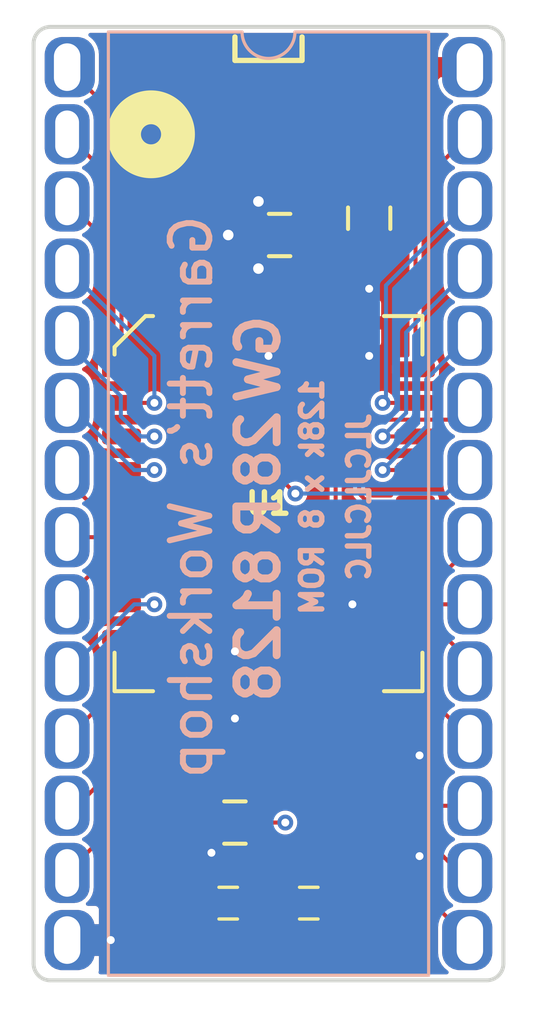
<source format=kicad_pcb>
(kicad_pcb (version 20171130) (host pcbnew "(5.1.5-0-10_14)")

  (general
    (thickness 1.6)
    (drawings 19)
    (tracks 145)
    (zones 0)
    (modules 7)
    (nets 31)
  )

  (page A4)
  (layers
    (0 F.Cu signal)
    (31 B.Cu signal)
    (32 B.Adhes user)
    (33 F.Adhes user)
    (34 B.Paste user)
    (35 F.Paste user)
    (36 B.SilkS user)
    (37 F.SilkS user)
    (38 B.Mask user)
    (39 F.Mask user)
    (40 Dwgs.User user)
    (41 Cmts.User user)
    (42 Eco1.User user)
    (43 Eco2.User user)
    (44 Edge.Cuts user)
    (45 Margin user)
    (46 B.CrtYd user)
    (47 F.CrtYd user)
    (48 B.Fab user)
    (49 F.Fab user)
  )

  (setup
    (last_trace_width 0.1524)
    (user_trace_width 0.2)
    (user_trace_width 0.254)
    (user_trace_width 0.508)
    (user_trace_width 0.762)
    (user_trace_width 1.27)
    (user_trace_width 1.524)
    (trace_clearance 0.1524)
    (zone_clearance 0.1524)
    (zone_45_only no)
    (trace_min 0.1524)
    (via_size 0.6)
    (via_drill 0.3)
    (via_min_size 0.4)
    (via_min_drill 0.3)
    (user_via 0.8 0.4)
    (user_via 1.524 0.762)
    (uvia_size 0.3)
    (uvia_drill 0.1)
    (uvias_allowed no)
    (uvia_min_size 0.2)
    (uvia_min_drill 0.1)
    (edge_width 0.15)
    (segment_width 0.1524)
    (pcb_text_width 0.3)
    (pcb_text_size 1.5 1.5)
    (mod_edge_width 0.15)
    (mod_text_size 1 1)
    (mod_text_width 0.15)
    (pad_size 1.9 2.28)
    (pad_drill 1)
    (pad_to_mask_clearance 0.0762)
    (solder_mask_min_width 0.127)
    (pad_to_paste_clearance -0.0381)
    (aux_axis_origin 0 0)
    (visible_elements FFFFEF7F)
    (pcbplotparams
      (layerselection 0x010f8_ffffffff)
      (usegerberextensions true)
      (usegerberattributes false)
      (usegerberadvancedattributes false)
      (creategerberjobfile false)
      (excludeedgelayer true)
      (linewidth 0.100000)
      (plotframeref false)
      (viasonmask false)
      (mode 1)
      (useauxorigin false)
      (hpglpennumber 1)
      (hpglpenspeed 20)
      (hpglpendiameter 15.000000)
      (psnegative false)
      (psa4output false)
      (plotreference true)
      (plotvalue true)
      (plotinvisibletext false)
      (padsonsilk false)
      (subtractmaskfromsilk true)
      (outputformat 1)
      (mirror false)
      (drillshape 0)
      (scaleselection 1)
      (outputdirectory "gerber"))
  )

  (net 0 "")
  (net 1 +5V)
  (net 2 GND)
  (net 3 /A4)
  (net 4 /D7)
  (net 5 /D6)
  (net 6 /A8)
  (net 7 /A7)
  (net 8 /A6)
  (net 9 /A5)
  (net 10 /A3)
  (net 11 /A2)
  (net 12 /A1)
  (net 13 /A0)
  (net 14 /A9)
  (net 15 /D1)
  (net 16 /D5)
  (net 17 /D0)
  (net 18 /D2)
  (net 19 /D3)
  (net 20 /D4)
  (net 21 /A10)
  (net 22 /A11)
  (net 23 /A12)
  (net 24 /A13)
  (net 25 /A14)
  (net 26 /A15)
  (net 27 /~OE~)
  (net 28 /A16)
  (net 29 /~CS~)
  (net 30 /~WE~)

  (net_class Default "This is the default net class."
    (clearance 0.1524)
    (trace_width 0.1524)
    (via_dia 0.6)
    (via_drill 0.3)
    (uvia_dia 0.3)
    (uvia_drill 0.1)
    (add_net +5V)
    (add_net /A0)
    (add_net /A1)
    (add_net /A10)
    (add_net /A11)
    (add_net /A12)
    (add_net /A13)
    (add_net /A14)
    (add_net /A15)
    (add_net /A16)
    (add_net /A2)
    (add_net /A3)
    (add_net /A4)
    (add_net /A5)
    (add_net /A6)
    (add_net /A7)
    (add_net /A8)
    (add_net /A9)
    (add_net /D0)
    (add_net /D1)
    (add_net /D2)
    (add_net /D3)
    (add_net /D4)
    (add_net /D5)
    (add_net /D6)
    (add_net /D7)
    (add_net /~CS~)
    (add_net /~OE~)
    (add_net /~WE~)
    (add_net GND)
  )

  (module stdpads:R_0805 (layer F.Cu) (tedit 5F027DD1) (tstamp 5D30E225)
    (at 46.99 48.895 180)
    (tags resistor)
    (path /5D3208E4)
    (solder_mask_margin 0.05)
    (solder_paste_margin -0.025)
    (attr smd)
    (fp_text reference R1 (at 0 0) (layer F.Fab)
      (effects (font (size 0.254 0.254) (thickness 0.0635)))
    )
    (fp_text value 22k (at 0 0.35) (layer F.Fab)
      (effects (font (size 0.254 0.254) (thickness 0.0635)))
    )
    (fp_text user %R (at 0 0 180) (layer F.SilkS) hide
      (effects (font (size 0.254 0.254) (thickness 0.0635)))
    )
    (fp_line (start 1.7 1) (end -1.7 1) (layer F.CrtYd) (width 0.05))
    (fp_line (start 1.7 -1) (end 1.7 1) (layer F.CrtYd) (width 0.05))
    (fp_line (start -1.7 -1) (end 1.7 -1) (layer F.CrtYd) (width 0.05))
    (fp_line (start -1.7 1) (end -1.7 -1) (layer F.CrtYd) (width 0.05))
    (fp_line (start -0.4064 0.8) (end 0.4064 0.8) (layer F.SilkS) (width 0.1524))
    (fp_line (start -0.4064 -0.8) (end 0.4064 -0.8) (layer F.SilkS) (width 0.1524))
    (fp_line (start 1 0.625) (end -1 0.625) (layer F.Fab) (width 0.1))
    (fp_line (start 1 -0.625) (end 1 0.625) (layer F.Fab) (width 0.1))
    (fp_line (start -1 -0.625) (end 1 -0.625) (layer F.Fab) (width 0.1))
    (fp_line (start -1 0.625) (end -1 -0.625) (layer F.Fab) (width 0.1))
    (pad 2 smd roundrect (at 0.95 0 180) (size 0.85 1.4) (layers F.Cu F.Paste F.Mask) (roundrect_rratio 0.25)
      (net 2 GND))
    (pad 1 smd roundrect (at -0.95 0 180) (size 0.85 1.4) (layers F.Cu F.Paste F.Mask) (roundrect_rratio 0.25)
      (net 27 /~OE~))
    (model ${KISYS3DMOD}/Resistor_SMD.3dshapes/R_0805_2012Metric.wrl
      (at (xyz 0 0 0))
      (scale (xyz 1 1 1))
      (rotate (xyz 0 0 0))
    )
  )

  (module stdpads:C_0805 (layer F.Cu) (tedit 5F02840E) (tstamp 5D13487E)
    (at 48.68 26.67 180)
    (tags capacitor)
    (path /5D136B08)
    (solder_mask_margin 0.05)
    (solder_paste_margin -0.025)
    (attr smd)
    (fp_text reference C1 (at 0 0 180) (layer F.Fab)
      (effects (font (size 0.254 0.254) (thickness 0.0635)))
    )
    (fp_text value 100n (at 0 0.35) (layer F.Fab)
      (effects (font (size 0.254 0.254) (thickness 0.0635)))
    )
    (fp_text user %R (at 0 0 180) (layer F.SilkS) hide
      (effects (font (size 0.254 0.254) (thickness 0.0635)))
    )
    (fp_line (start 1.7 1) (end -1.7 1) (layer F.CrtYd) (width 0.05))
    (fp_line (start 1.7 -1) (end 1.7 1) (layer F.CrtYd) (width 0.05))
    (fp_line (start -1.7 -1) (end 1.7 -1) (layer F.CrtYd) (width 0.05))
    (fp_line (start -1.7 1) (end -1.7 -1) (layer F.CrtYd) (width 0.05))
    (fp_line (start -0.4064 0.8) (end 0.4064 0.8) (layer F.SilkS) (width 0.1524))
    (fp_line (start -0.4064 -0.8) (end 0.4064 -0.8) (layer F.SilkS) (width 0.1524))
    (fp_line (start 1 0.625) (end -1 0.625) (layer F.Fab) (width 0.15))
    (fp_line (start 1 -0.625) (end 1 0.625) (layer F.Fab) (width 0.15))
    (fp_line (start -1 -0.625) (end 1 -0.625) (layer F.Fab) (width 0.15))
    (fp_line (start -1 0.625) (end -1 -0.625) (layer F.Fab) (width 0.15))
    (pad 2 smd roundrect (at 0.85 0 180) (size 1.05 1.4) (layers F.Cu F.Paste F.Mask) (roundrect_rratio 0.25)
      (net 2 GND))
    (pad 1 smd roundrect (at -0.85 0 180) (size 1.05 1.4) (layers F.Cu F.Paste F.Mask) (roundrect_rratio 0.25)
      (net 1 +5V))
    (model ${KISYS3DMOD}/Capacitor_SMD.3dshapes/C_0805_2012Metric.wrl
      (at (xyz 0 0 0))
      (scale (xyz 1 1 1))
      (rotate (xyz 0 0 0))
    )
  )

  (module stdpads:R_0805 (layer F.Cu) (tedit 5F027DD1) (tstamp 5D30E8B8)
    (at 52.07 26.035 270)
    (tags resistor)
    (path /5D31EA5F)
    (solder_mask_margin 0.05)
    (solder_paste_margin -0.025)
    (attr smd)
    (fp_text reference R2 (at 0 0 90) (layer F.Fab)
      (effects (font (size 0.254 0.254) (thickness 0.0635)))
    )
    (fp_text value 22k (at 0 0.35 90) (layer F.Fab)
      (effects (font (size 0.254 0.254) (thickness 0.0635)))
    )
    (fp_text user %R (at 0 0 270) (layer F.SilkS) hide
      (effects (font (size 0.254 0.254) (thickness 0.0635)))
    )
    (fp_line (start 1.7 1) (end -1.7 1) (layer F.CrtYd) (width 0.05))
    (fp_line (start 1.7 -1) (end 1.7 1) (layer F.CrtYd) (width 0.05))
    (fp_line (start -1.7 -1) (end 1.7 -1) (layer F.CrtYd) (width 0.05))
    (fp_line (start -1.7 1) (end -1.7 -1) (layer F.CrtYd) (width 0.05))
    (fp_line (start -0.4064 0.8) (end 0.4064 0.8) (layer F.SilkS) (width 0.1524))
    (fp_line (start -0.4064 -0.8) (end 0.4064 -0.8) (layer F.SilkS) (width 0.1524))
    (fp_line (start 1 0.625) (end -1 0.625) (layer F.Fab) (width 0.1))
    (fp_line (start 1 -0.625) (end 1 0.625) (layer F.Fab) (width 0.1))
    (fp_line (start -1 -0.625) (end 1 -0.625) (layer F.Fab) (width 0.1))
    (fp_line (start -1 0.625) (end -1 -0.625) (layer F.Fab) (width 0.1))
    (pad 2 smd roundrect (at 0.95 0 270) (size 0.85 1.4) (layers F.Cu F.Paste F.Mask) (roundrect_rratio 0.25)
      (net 30 /~WE~))
    (pad 1 smd roundrect (at -0.95 0 270) (size 0.85 1.4) (layers F.Cu F.Paste F.Mask) (roundrect_rratio 0.25)
      (net 1 +5V))
    (model ${KISYS3DMOD}/Resistor_SMD.3dshapes/R_0805_2012Metric.wrl
      (at (xyz 0 0 0))
      (scale (xyz 1 1 1))
      (rotate (xyz 0 0 0))
    )
  )

  (module stdpads:DIP-28_W15.24mm_Socket_Inverse_Forked (layer F.Cu) (tedit 6067E50B) (tstamp 5EC5A50F)
    (at 40.64 20.32)
    (descr "28-lead though-hole mounted DIP package, row spacing 15.24 mm (600 mils), Socket, LongPads")
    (tags "THT DIP DIL PDIP 2.54mm 15.24mm 600mil Socket LongPads")
    (path /5DECC3CD)
    (solder_mask_margin 0.0284)
    (fp_text reference J1 (at 5.715 16.51) (layer B.SilkS) hide
      (effects (font (size 1 1) (thickness 0.15)) (justify mirror))
    )
    (fp_text value Socket (at 7.62 35.35) (layer F.Fab)
      (effects (font (size 1 1) (thickness 0.15)))
    )
    (fp_line (start 16.8 -1.6) (end -1.55 -1.6) (layer B.CrtYd) (width 0.05))
    (fp_line (start 16.8 34.65) (end 16.8 -1.6) (layer B.CrtYd) (width 0.05))
    (fp_line (start -1.55 34.65) (end 16.8 34.65) (layer B.CrtYd) (width 0.05))
    (fp_line (start -1.55 -1.6) (end -1.55 34.65) (layer B.CrtYd) (width 0.05))
    (fp_line (start 13.68 -1.33) (end 8.62 -1.33) (layer B.SilkS) (width 0.12))
    (fp_line (start 13.68 34.35) (end 13.68 -1.33) (layer B.SilkS) (width 0.12))
    (fp_line (start 1.56 34.35) (end 13.68 34.35) (layer B.SilkS) (width 0.12))
    (fp_line (start 1.56 -1.33) (end 1.56 34.35) (layer B.SilkS) (width 0.12))
    (fp_line (start 6.62 -1.33) (end 1.56 -1.33) (layer B.SilkS) (width 0.12))
    (fp_line (start 16.51 -1.33) (end -1.27 -1.33) (layer F.Fab) (width 0.1))
    (fp_line (start 16.51 34.35) (end 16.51 -1.33) (layer F.Fab) (width 0.1))
    (fp_line (start -1.27 34.35) (end 16.51 34.35) (layer F.Fab) (width 0.1))
    (fp_line (start -1.27 -1.33) (end -1.27 34.35) (layer F.Fab) (width 0.1))
    (fp_line (start 0.255 -0.27) (end 1.255 -1.27) (layer F.Fab) (width 0.1))
    (fp_line (start 0.255 34.29) (end 0.255 -0.27) (layer F.Fab) (width 0.1))
    (fp_line (start 14.985 34.29) (end 0.255 34.29) (layer F.Fab) (width 0.1))
    (fp_line (start 14.985 -1.27) (end 14.985 34.29) (layer F.Fab) (width 0.1))
    (fp_line (start 1.255 -1.27) (end 14.985 -1.27) (layer F.Fab) (width 0.1))
    (fp_arc (start 7.62 -1.33) (end 6.62 -1.33) (angle -180) (layer B.SilkS) (width 0.12))
    (pad 28 thru_hole roundrect (at 15.24 0) (size 1.9 2.28) (drill oval 1 1.8 (offset -0.1 0)) (layers *.Cu *.Mask) (roundrect_rratio 0.35)
      (net 1 +5V))
    (pad 14 thru_hole roundrect (at 0 33.02) (size 1.9 2.28) (drill oval 1 1.8 (offset 0.1 0)) (layers *.Cu *.Mask) (roundrect_rratio 0.35)
      (net 2 GND) (thermal_width 1.2))
    (pad 27 thru_hole roundrect (at 15.24 2.54) (size 1.7 2.28) (drill oval 0.9 1.8) (layers *.Cu *.Mask) (roundrect_rratio 0.35)
      (net 25 /A14))
    (pad 13 thru_hole roundrect (at 0 30.48) (size 1.7 2.28) (drill oval 0.9 1.8) (layers *.Cu *.Mask) (roundrect_rratio 0.35)
      (net 18 /D2))
    (pad 26 thru_hole roundrect (at 15.24 5.08) (size 1.7 2.28) (drill oval 0.9 1.8) (layers *.Cu *.Mask) (roundrect_rratio 0.35)
      (net 24 /A13))
    (pad 12 thru_hole roundrect (at 0 27.94) (size 1.7 2.28) (drill oval 0.9 1.8) (layers *.Cu *.Mask) (roundrect_rratio 0.35)
      (net 15 /D1))
    (pad 25 thru_hole roundrect (at 15.24 7.62) (size 1.7 2.28) (drill oval 0.9 1.8) (layers *.Cu *.Mask) (roundrect_rratio 0.35)
      (net 6 /A8))
    (pad 11 thru_hole roundrect (at 0 25.4) (size 1.7 2.28) (drill oval 0.9 1.8) (layers *.Cu *.Mask) (roundrect_rratio 0.35)
      (net 17 /D0))
    (pad 24 thru_hole roundrect (at 15.24 10.16) (size 1.7 2.28) (drill oval 0.9 1.8) (layers *.Cu *.Mask) (roundrect_rratio 0.35)
      (net 14 /A9))
    (pad 10 thru_hole roundrect (at 0 22.86) (size 1.7 2.28) (drill oval 0.9 1.8) (layers *.Cu *.Mask) (roundrect_rratio 0.35)
      (net 13 /A0))
    (pad 23 thru_hole roundrect (at 15.24 12.7) (size 1.7 2.28) (drill oval 0.9 1.8) (layers *.Cu *.Mask) (roundrect_rratio 0.35)
      (net 22 /A11))
    (pad 9 thru_hole roundrect (at 0 20.32) (size 1.7 2.28) (drill oval 0.9 1.8) (layers *.Cu *.Mask) (roundrect_rratio 0.35)
      (net 12 /A1))
    (pad 22 thru_hole roundrect (at 15.24 15.24) (size 1.7 2.28) (drill oval 0.9 1.8) (layers *.Cu *.Mask) (roundrect_rratio 0.35)
      (net 28 /A16))
    (pad 8 thru_hole roundrect (at 0 17.78) (size 1.7 2.28) (drill oval 0.9 1.8) (layers *.Cu *.Mask) (roundrect_rratio 0.35)
      (net 11 /A2))
    (pad 21 thru_hole roundrect (at 15.24 17.78) (size 1.7 2.28) (drill oval 0.9 1.8) (layers *.Cu *.Mask) (roundrect_rratio 0.35)
      (net 21 /A10))
    (pad 7 thru_hole roundrect (at 0 15.24) (size 1.7 2.28) (drill oval 0.9 1.8) (layers *.Cu *.Mask) (roundrect_rratio 0.35)
      (net 10 /A3))
    (pad 20 thru_hole roundrect (at 15.24 20.32) (size 1.7 2.28) (drill oval 0.9 1.8) (layers *.Cu *.Mask) (roundrect_rratio 0.35)
      (net 29 /~CS~))
    (pad 6 thru_hole roundrect (at 0 12.7) (size 1.7 2.28) (drill oval 0.9 1.8) (layers *.Cu *.Mask) (roundrect_rratio 0.35)
      (net 3 /A4))
    (pad 19 thru_hole roundrect (at 15.24 22.86) (size 1.7 2.28) (drill oval 0.9 1.8) (layers *.Cu *.Mask) (roundrect_rratio 0.35)
      (net 4 /D7))
    (pad 5 thru_hole roundrect (at 0 10.16) (size 1.7 2.28) (drill oval 0.9 1.8) (layers *.Cu *.Mask) (roundrect_rratio 0.35)
      (net 9 /A5))
    (pad 18 thru_hole roundrect (at 15.24 25.4) (size 1.7 2.28) (drill oval 0.9 1.8) (layers *.Cu *.Mask) (roundrect_rratio 0.35)
      (net 5 /D6))
    (pad 4 thru_hole roundrect (at 0 7.62) (size 1.7 2.28) (drill oval 0.9 1.8) (layers *.Cu *.Mask) (roundrect_rratio 0.35)
      (net 8 /A6))
    (pad 17 thru_hole roundrect (at 15.24 27.94) (size 1.7 2.28) (drill oval 0.9 1.8) (layers *.Cu *.Mask) (roundrect_rratio 0.35)
      (net 16 /D5))
    (pad 3 thru_hole roundrect (at 0 5.08) (size 1.7 2.28) (drill oval 0.9 1.8) (layers *.Cu *.Mask) (roundrect_rratio 0.35)
      (net 7 /A7))
    (pad 16 thru_hole roundrect (at 15.24 30.48) (size 1.7 2.28) (drill oval 0.9 1.8) (layers *.Cu *.Mask) (roundrect_rratio 0.35)
      (net 20 /D4))
    (pad 2 thru_hole roundrect (at 0 2.54) (size 1.7 2.28) (drill oval 0.9 1.8) (layers *.Cu *.Mask) (roundrect_rratio 0.35)
      (net 23 /A12))
    (pad 15 thru_hole roundrect (at 15.24 33.02) (size 1.9 2.28) (drill oval 1 1.8 (offset -0.1 0)) (layers *.Cu *.Mask) (roundrect_rratio 0.35)
      (net 19 /D3))
    (pad 1 thru_hole roundrect (at 0 0) (size 1.9 2.28) (drill oval 1 1.8 (offset 0.1 0)) (layers *.Cu *.Mask) (roundrect_rratio 0.35)
      (net 26 /A15))
    (model ${KISYS3DMOD}/Connector_PinHeader_2.54mm.3dshapes/PinHeader_1x14_P2.54mm_Vertical.wrl
      (offset (xyz 0 0 -1.778))
      (scale (xyz 1 1 1))
      (rotate (xyz 0 180 0))
    )
    (model ${KISYS3DMOD}/Connector_PinHeader_2.54mm.3dshapes/PinHeader_1x14_P2.54mm_Vertical.wrl
      (offset (xyz 15.24 0 -1.778))
      (scale (xyz 1 1 1))
      (rotate (xyz 0 180 0))
    )
  )

  (module stdpads:PLCC-32 (layer F.Cu) (tedit 5E892816) (tstamp 5D12FC01)
    (at 48.26 36.83)
    (descr "PLCC, 32 Pin (http://ww1.microchip.com/downloads/en/DeviceDoc/doc0015.pdf), generated with kicad-footprint-generator ipc_plcc_jLead_generator.py")
    (tags "PLCC LCC")
    (path /5E56BC07)
    (attr smd)
    (fp_text reference U1 (at 0 0) (layer F.SilkS)
      (effects (font (size 0.8128 0.8128) (thickness 0.2032)))
    )
    (fp_text value 39SF010 (at 0 1.27) (layer F.Fab)
      (effects (font (size 0.8128 0.8128) (thickness 0.2032)))
    )
    (fp_text user %R (at 0 0) (layer F.Fab)
      (effects (font (size 0.8128 0.8128) (thickness 0.2032)))
    )
    (fp_line (start -6.55 -5.63) (end -6.55 0) (layer F.CrtYd) (width 0.05))
    (fp_line (start -5.96 -5.63) (end -6.55 -5.63) (layer F.CrtYd) (width 0.05))
    (fp_line (start -5.96 -5.95) (end -5.96 -5.63) (layer F.CrtYd) (width 0.05))
    (fp_line (start -4.68 -7.23) (end -5.96 -5.95) (layer F.CrtYd) (width 0.05))
    (fp_line (start -4.36 -7.23) (end -4.68 -7.23) (layer F.CrtYd) (width 0.05))
    (fp_line (start -4.36 -7.82) (end -4.36 -7.23) (layer F.CrtYd) (width 0.05))
    (fp_line (start 0 -7.82) (end -4.36 -7.82) (layer F.CrtYd) (width 0.05))
    (fp_line (start 6.55 5.63) (end 6.55 0) (layer F.CrtYd) (width 0.05))
    (fp_line (start 5.96 5.63) (end 6.55 5.63) (layer F.CrtYd) (width 0.05))
    (fp_line (start 5.96 7.23) (end 5.96 5.63) (layer F.CrtYd) (width 0.05))
    (fp_line (start 4.36 7.23) (end 5.96 7.23) (layer F.CrtYd) (width 0.05))
    (fp_line (start 4.36 7.82) (end 4.36 7.23) (layer F.CrtYd) (width 0.05))
    (fp_line (start 0 7.82) (end 4.36 7.82) (layer F.CrtYd) (width 0.05))
    (fp_line (start -6.55 5.63) (end -6.55 0) (layer F.CrtYd) (width 0.05))
    (fp_line (start -5.96 5.63) (end -6.55 5.63) (layer F.CrtYd) (width 0.05))
    (fp_line (start -5.96 7.23) (end -5.96 5.63) (layer F.CrtYd) (width 0.05))
    (fp_line (start -4.36 7.23) (end -5.96 7.23) (layer F.CrtYd) (width 0.05))
    (fp_line (start -4.36 7.82) (end -4.36 7.23) (layer F.CrtYd) (width 0.05))
    (fp_line (start 0 7.82) (end -4.36 7.82) (layer F.CrtYd) (width 0.05))
    (fp_line (start 6.55 -5.63) (end 6.55 0) (layer F.CrtYd) (width 0.05))
    (fp_line (start 5.96 -5.63) (end 6.55 -5.63) (layer F.CrtYd) (width 0.05))
    (fp_line (start 5.96 -7.23) (end 5.96 -5.63) (layer F.CrtYd) (width 0.05))
    (fp_line (start 4.36 -7.23) (end 5.96 -7.23) (layer F.CrtYd) (width 0.05))
    (fp_line (start 4.36 -7.82) (end 4.36 -7.23) (layer F.CrtYd) (width 0.05))
    (fp_line (start 0 -7.82) (end 4.36 -7.82) (layer F.CrtYd) (width 0.05))
    (fp_line (start -0.5 -6.985) (end 0 -6.277893) (layer F.Fab) (width 0.1))
    (fp_line (start -4.575 -6.985) (end -0.5 -6.985) (layer F.Fab) (width 0.1))
    (fp_line (start -5.715 -5.845) (end -4.575 -6.985) (layer F.Fab) (width 0.1))
    (fp_line (start -5.715 6.985) (end -5.715 -5.845) (layer F.Fab) (width 0.1))
    (fp_line (start 5.715 6.985) (end -5.715 6.985) (layer F.Fab) (width 0.1))
    (fp_line (start 5.715 -6.985) (end 5.715 6.985) (layer F.Fab) (width 0.1))
    (fp_line (start 0.5 -6.985) (end 5.715 -6.985) (layer F.Fab) (width 0.1))
    (fp_line (start 0 -6.277893) (end 0.5 -6.985) (layer F.Fab) (width 0.1))
    (fp_line (start -5.825 -5.922782) (end -5.825 -5.64) (layer F.SilkS) (width 0.1524))
    (fp_line (start -4.652782 -7.095) (end -5.825 -5.922782) (layer F.SilkS) (width 0.1524))
    (fp_line (start -4.37 -7.095) (end -4.652782 -7.095) (layer F.SilkS) (width 0.1524))
    (fp_line (start 5.825 7.095) (end 5.825 5.64) (layer F.SilkS) (width 0.1524))
    (fp_line (start 4.37 7.095) (end 5.825 7.095) (layer F.SilkS) (width 0.1524))
    (fp_line (start -5.825 7.095) (end -5.825 5.64) (layer F.SilkS) (width 0.1524))
    (fp_line (start -4.37 7.095) (end -5.825 7.095) (layer F.SilkS) (width 0.1524))
    (fp_line (start 5.825 -7.095) (end 5.825 -5.64) (layer F.SilkS) (width 0.1524))
    (fp_line (start 4.37 -7.095) (end 5.825 -7.095) (layer F.SilkS) (width 0.1524))
    (pad 32 smd roundrect (at 1.27 -6.8375) (size 0.6 1.475) (layers F.Cu F.Paste F.Mask) (roundrect_rratio 0.25)
      (net 1 +5V))
    (pad 31 smd roundrect (at 2.54 -6.8375) (size 0.6 1.475) (layers F.Cu F.Paste F.Mask) (roundrect_rratio 0.25)
      (net 30 /~WE~))
    (pad 30 smd roundrect (at 3.81 -6.8375) (size 0.6 1.475) (layers F.Cu F.Paste F.Mask) (roundrect_rratio 0.25)
      (net 2 GND))
    (pad 29 smd roundrect (at 5.5625 -5.08) (size 1.475 0.6) (layers F.Cu F.Paste F.Mask) (roundrect_rratio 0.25)
      (net 25 /A14))
    (pad 28 smd roundrect (at 5.5625 -3.81) (size 1.475 0.6) (layers F.Cu F.Paste F.Mask) (roundrect_rratio 0.25)
      (net 24 /A13))
    (pad 27 smd roundrect (at 5.5625 -2.54) (size 1.475 0.6) (layers F.Cu F.Paste F.Mask) (roundrect_rratio 0.25)
      (net 6 /A8))
    (pad 26 smd roundrect (at 5.5625 -1.27) (size 1.475 0.6) (layers F.Cu F.Paste F.Mask) (roundrect_rratio 0.25)
      (net 14 /A9))
    (pad 25 smd roundrect (at 5.5625 0) (size 1.475 0.6) (layers F.Cu F.Paste F.Mask) (roundrect_rratio 0.25)
      (net 22 /A11))
    (pad 24 smd roundrect (at 5.5625 1.27) (size 1.475 0.6) (layers F.Cu F.Paste F.Mask) (roundrect_rratio 0.25)
      (net 27 /~OE~))
    (pad 23 smd roundrect (at 5.5625 2.54) (size 1.475 0.6) (layers F.Cu F.Paste F.Mask) (roundrect_rratio 0.25)
      (net 21 /A10))
    (pad 22 smd roundrect (at 5.5625 3.81) (size 1.475 0.6) (layers F.Cu F.Paste F.Mask) (roundrect_rratio 0.25)
      (net 29 /~CS~))
    (pad 21 smd roundrect (at 5.5625 5.08) (size 1.475 0.6) (layers F.Cu F.Paste F.Mask) (roundrect_rratio 0.25)
      (net 4 /D7))
    (pad 20 smd roundrect (at 3.81 6.8375) (size 0.6 1.475) (layers F.Cu F.Paste F.Mask) (roundrect_rratio 0.25)
      (net 5 /D6))
    (pad 19 smd roundrect (at 2.54 6.8375) (size 0.6 1.475) (layers F.Cu F.Paste F.Mask) (roundrect_rratio 0.25)
      (net 16 /D5))
    (pad 18 smd roundrect (at 1.27 6.8375) (size 0.6 1.475) (layers F.Cu F.Paste F.Mask) (roundrect_rratio 0.25)
      (net 20 /D4))
    (pad 17 smd roundrect (at 0 6.8375) (size 0.6 1.475) (layers F.Cu F.Paste F.Mask) (roundrect_rratio 0.25)
      (net 19 /D3))
    (pad 16 smd roundrect (at -1.27 6.8375) (size 0.6 1.475) (layers F.Cu F.Paste F.Mask) (roundrect_rratio 0.25)
      (net 2 GND))
    (pad 15 smd roundrect (at -2.54 6.8375) (size 0.6 1.475) (layers F.Cu F.Paste F.Mask) (roundrect_rratio 0.25)
      (net 18 /D2))
    (pad 14 smd roundrect (at -3.81 6.8375) (size 0.6 1.475) (layers F.Cu F.Paste F.Mask) (roundrect_rratio 0.25)
      (net 15 /D1))
    (pad 13 smd roundrect (at -5.5625 5.08) (size 1.475 0.6) (layers F.Cu F.Paste F.Mask) (roundrect_rratio 0.25)
      (net 17 /D0))
    (pad 12 smd roundrect (at -5.5625 3.81) (size 1.475 0.6) (layers F.Cu F.Paste F.Mask) (roundrect_rratio 0.25)
      (net 13 /A0))
    (pad 11 smd roundrect (at -5.5625 2.54) (size 1.475 0.6) (layers F.Cu F.Paste F.Mask) (roundrect_rratio 0.25)
      (net 12 /A1))
    (pad 10 smd roundrect (at -5.5625 1.27) (size 1.475 0.6) (layers F.Cu F.Paste F.Mask) (roundrect_rratio 0.25)
      (net 11 /A2))
    (pad 9 smd roundrect (at -5.5625 0) (size 1.475 0.6) (layers F.Cu F.Paste F.Mask) (roundrect_rratio 0.25)
      (net 10 /A3))
    (pad 8 smd roundrect (at -5.5625 -1.27) (size 1.475 0.6) (layers F.Cu F.Paste F.Mask) (roundrect_rratio 0.25)
      (net 3 /A4))
    (pad 7 smd roundrect (at -5.5625 -2.54) (size 1.475 0.6) (layers F.Cu F.Paste F.Mask) (roundrect_rratio 0.25)
      (net 9 /A5))
    (pad 6 smd roundrect (at -5.5625 -3.81) (size 1.475 0.6) (layers F.Cu F.Paste F.Mask) (roundrect_rratio 0.25)
      (net 8 /A6))
    (pad 5 smd roundrect (at -5.5625 -5.08) (size 1.475 0.6) (layers F.Cu F.Paste F.Mask) (roundrect_rratio 0.25)
      (net 7 /A7))
    (pad 4 smd roundrect (at -3.81 -6.8375) (size 0.6 1.475) (layers F.Cu F.Paste F.Mask) (roundrect_rratio 0.25)
      (net 23 /A12))
    (pad 3 smd roundrect (at -2.54 -6.8375) (size 0.6 1.475) (layers F.Cu F.Paste F.Mask) (roundrect_rratio 0.25)
      (net 26 /A15))
    (pad 2 smd roundrect (at -1.27 -6.8375) (size 0.6 1.475) (layers F.Cu F.Paste F.Mask) (roundrect_rratio 0.25)
      (net 28 /A16))
    (pad 1 smd roundrect (at 0 -6.8375) (size 0.6 1.475) (layers F.Cu F.Paste F.Mask) (roundrect_rratio 0.25)
      (net 2 GND))
    (model ${KIPRJMOD}/../stdpads.3dshapes/PLCC-32.wrl
      (at (xyz 0 0 0))
      (scale (xyz 1 1 1))
      (rotate (xyz 0 0 180))
    )
  )

  (module stdpads:Tyco_RCU_0603_Paste (layer F.Cu) (tedit 5E914329) (tstamp 5EC5A9DA)
    (at 49.784 51.943)
    (tags "Tyco RCU 0603")
    (path /5EC596B7)
    (attr smd)
    (fp_text reference TP1 (at 0 0) (layer F.Fab)
      (effects (font (size 0.254 0.254) (thickness 0.0635)))
    )
    (fp_text value ~OE~ (at 0 1.905) (layer F.Fab)
      (effects (font (size 0.8128 0.8128) (thickness 0.2032)))
    )
    (fp_line (start 0.35 0.6) (end -0.35 0.6) (layer F.SilkS) (width 0.127))
    (fp_line (start -0.35 -0.6) (end 0.35 -0.6) (layer F.SilkS) (width 0.127))
    (fp_line (start 1.45 -0.75) (end 1.45 0.75) (layer F.CrtYd) (width 0.05))
    (fp_line (start -1.45 -0.75) (end -1.45 0.75) (layer F.CrtYd) (width 0.05))
    (fp_line (start -1.45 0.75) (end 1.45 0.75) (layer F.CrtYd) (width 0.05))
    (fp_line (start -1.45 -0.75) (end 1.45 -0.75) (layer F.CrtYd) (width 0.05))
    (fp_line (start -0.8 -0.4) (end 0.8 -0.4) (layer F.Fab) (width 0.05))
    (fp_line (start 0.8 -0.4) (end 0.8 0.4) (layer F.Fab) (width 0.05))
    (fp_line (start 0.8 0.4) (end -0.8 0.4) (layer F.Fab) (width 0.05))
    (fp_line (start -0.8 0.4) (end -0.8 -0.4) (layer F.Fab) (width 0.05))
    (pad 1 smd rect (at 0 0) (size 1.7 0.9) (layers F.Cu F.Paste F.Mask)
      (net 27 /~OE~))
    (model ${KISYS3DMOD}/TestPoint.3dshapes/TestPoint_Bridge_Pitch7.62mm_Drill1.3mm.wrl
      (offset (xyz -0.6834 0 0))
      (scale (xyz 0.18 0.62 0.09))
      (rotate (xyz 0 0 0))
    )
  )

  (module stdpads:Tyco_RCU_0603_Paste (layer F.Cu) (tedit 5E914329) (tstamp 5EC5C02C)
    (at 46.736 51.943)
    (tags "Tyco RCU 0603")
    (path /5EC59B6C)
    (attr smd)
    (fp_text reference TP2 (at 0 0) (layer F.Fab)
      (effects (font (size 0.254 0.254) (thickness 0.0635)))
    )
    (fp_text value ~WE~ (at 0 1.905) (layer F.Fab)
      (effects (font (size 0.8128 0.8128) (thickness 0.2032)))
    )
    (fp_line (start -0.8 0.4) (end -0.8 -0.4) (layer F.Fab) (width 0.05))
    (fp_line (start 0.8 0.4) (end -0.8 0.4) (layer F.Fab) (width 0.05))
    (fp_line (start 0.8 -0.4) (end 0.8 0.4) (layer F.Fab) (width 0.05))
    (fp_line (start -0.8 -0.4) (end 0.8 -0.4) (layer F.Fab) (width 0.05))
    (fp_line (start -1.45 -0.75) (end 1.45 -0.75) (layer F.CrtYd) (width 0.05))
    (fp_line (start -1.45 0.75) (end 1.45 0.75) (layer F.CrtYd) (width 0.05))
    (fp_line (start -1.45 -0.75) (end -1.45 0.75) (layer F.CrtYd) (width 0.05))
    (fp_line (start 1.45 -0.75) (end 1.45 0.75) (layer F.CrtYd) (width 0.05))
    (fp_line (start -0.35 -0.6) (end 0.35 -0.6) (layer F.SilkS) (width 0.127))
    (fp_line (start 0.35 0.6) (end -0.35 0.6) (layer F.SilkS) (width 0.127))
    (pad 1 smd rect (at 0 0) (size 1.7 0.9) (layers F.Cu F.Paste F.Mask)
      (net 30 /~WE~))
    (model ${KISYS3DMOD}/TestPoint.3dshapes/TestPoint_Bridge_Pitch7.62mm_Drill1.3mm.wrl
      (offset (xyz -0.6834 0 0))
      (scale (xyz 0.18 0.62 0.09))
      (rotate (xyz 0 0 0))
    )
  )

  (gr_line (start 46.99 20.066) (end 49.53 20.066) (layer F.SilkS) (width 0.2))
  (gr_line (start 46.99 19.177) (end 46.99 20.066) (layer F.SilkS) (width 0.2))
  (gr_line (start 49.53 20.066) (end 49.53 19.177) (layer F.SilkS) (width 0.2))
  (gr_arc (start 40.005 54.229) (end 39.37 54.229) (angle -90) (layer Edge.Cuts) (width 0.15) (tstamp 5DECE0A7))
  (gr_arc (start 56.515 54.229) (end 56.515 54.864) (angle -90) (layer Edge.Cuts) (width 0.15) (tstamp 5DECDFC0))
  (gr_arc (start 56.515 19.431) (end 57.15 19.431) (angle -90) (layer Edge.Cuts) (width 0.15) (tstamp 5DECDE9D))
  (gr_arc (start 40.005 19.431) (end 40.005 18.796) (angle -90) (layer Edge.Cuts) (width 0.15) (tstamp 5D347157))
  (gr_text JLCJLCJLC (at 51.689 36.576 90) (layer B.SilkS)
    (effects (font (size 0.8128 0.8128) (thickness 0.2032)) (justify mirror))
  )
  (gr_text "128k x 8 ROM" (at 49.911 36.576 90) (layer B.SilkS) (tstamp 5D130759)
    (effects (font (size 0.8128 0.8128) (thickness 0.2032)) (justify mirror))
  )
  (gr_circle (center 43.815 22.86) (end 44.196 22.86) (layer F.SilkS) (width 1.28))
  (gr_text 8128 (at 47.879 41.402 90) (layer B.SilkS) (tstamp 5D12F927)
    (effects (font (size 1.524 1.524) (thickness 0.3)) (justify mirror))
  )
  (gr_text R (at 47.879 37.338 90) (layer B.SilkS) (tstamp 5D12F91E)
    (effects (font (size 1.524 1.524) (thickness 0.3)) (justify mirror))
  )
  (gr_text 28 (at 47.879 34.798 90) (layer B.SilkS) (tstamp 5D12F91B)
    (effects (font (size 1.524 1.524) (thickness 0.3)) (justify mirror))
  )
  (gr_text GW (at 47.879 31.369 90) (layer B.SilkS) (tstamp 5D12F918)
    (effects (font (size 1.524 1.524) (thickness 0.3)) (justify mirror))
  )
  (gr_text "Garrett’s Workshop" (at 45.339 36.576 90) (layer B.SilkS) (tstamp 5D12F589)
    (effects (font (size 1.5 1.5) (thickness 0.225)) (justify mirror))
  )
  (gr_line (start 39.37 54.229) (end 39.37 19.431) (layer Edge.Cuts) (width 0.15) (tstamp 5DECD9B9))
  (gr_line (start 56.515 54.864) (end 40.005 54.864) (layer Edge.Cuts) (width 0.15))
  (gr_line (start 57.15 19.431) (end 57.15 54.229) (layer Edge.Cuts) (width 0.15))
  (gr_line (start 40.005 18.796) (end 56.515 18.796) (layer Edge.Cuts) (width 0.15))

  (segment (start 49.53 29.9925) (end 49.53 26.67) (width 0.508) (layer F.Cu) (net 1))
  (segment (start 49.53 26.67) (end 49.53 25.4) (width 0.762) (layer F.Cu) (net 1))
  (segment (start 54.61 20.32) (end 55.88 20.32) (width 0.762) (layer F.Cu) (net 1))
  (segment (start 52.07 23.495) (end 52.07 22.86) (width 0.762) (layer F.Cu) (net 1))
  (segment (start 54.61 20.32) (end 52.07 22.86) (width 0.762) (layer F.Cu) (net 1))
  (segment (start 51.2445 23.6855) (end 51.7525 23.6855) (width 0.762) (layer F.Cu) (net 1))
  (segment (start 51.2445 23.6855) (end 52.07 22.86) (width 0.762) (layer F.Cu) (net 1))
  (segment (start 49.53 25.4) (end 51.2445 23.6855) (width 0.762) (layer F.Cu) (net 1))
  (segment (start 51.7525 23.6855) (end 52.07 24.003) (width 0.762) (layer F.Cu) (net 1))
  (segment (start 52.07 24.003) (end 52.07 23.495) (width 0.762) (layer F.Cu) (net 1))
  (segment (start 52.07 25.085) (end 52.07 24.003) (width 0.762) (layer F.Cu) (net 1))
  (via (at 47.879 25.4) (size 0.8) (drill 0.4) (layers F.Cu B.Cu) (net 2))
  (segment (start 47.83 25.449) (end 47.879 25.4) (width 0.762) (layer F.Cu) (net 2))
  (segment (start 47.83 26.67) (end 47.83 25.449) (width 0.762) (layer F.Cu) (net 2))
  (via (at 46.736 26.67) (size 0.8) (drill 0.4) (layers F.Cu B.Cu) (net 2))
  (segment (start 47.83 26.67) (end 46.736 26.67) (width 0.762) (layer F.Cu) (net 2))
  (via (at 47.879 27.94) (size 0.8) (drill 0.4) (layers F.Cu B.Cu) (net 2))
  (segment (start 47.83 27.891) (end 47.879 27.94) (width 0.762) (layer F.Cu) (net 2))
  (segment (start 47.83 26.67) (end 47.83 27.891) (width 0.762) (layer F.Cu) (net 2))
  (via (at 46.99 42.418) (size 0.6) (drill 0.3) (layers F.Cu B.Cu) (net 2))
  (segment (start 46.99 43.6675) (end 46.99 42.418) (width 0.508) (layer F.Cu) (net 2))
  (via (at 46.99 44.958) (size 0.6) (drill 0.3) (layers F.Cu B.Cu) (net 2))
  (segment (start 46.99 43.6675) (end 46.99 44.958) (width 0.508) (layer F.Cu) (net 2))
  (via (at 48.26 31.242) (size 0.6) (drill 0.3) (layers F.Cu B.Cu) (net 2))
  (segment (start 48.26 29.9925) (end 48.26 31.242) (width 0.508) (layer F.Cu) (net 2))
  (via (at 52.07 31.242) (size 0.6) (drill 0.3) (layers F.Cu B.Cu) (net 2))
  (segment (start 52.07 29.9925) (end 52.07 31.242) (width 0.508) (layer F.Cu) (net 2))
  (via (at 52.07 28.702) (size 0.6) (drill 0.3) (layers F.Cu B.Cu) (net 2))
  (segment (start 52.07 29.9925) (end 52.07 28.702) (width 0.508) (layer F.Cu) (net 2))
  (via (at 53.975 50.165) (size 0.6) (drill 0.3) (layers F.Cu B.Cu) (net 2) (tstamp 5DEC8B83))
  (via (at 53.975 46.355) (size 0.6) (drill 0.3) (layers F.Cu B.Cu) (net 2) (tstamp 5DEC8B89))
  (via (at 51.435 40.64) (size 0.6) (drill 0.3) (layers F.Cu B.Cu) (net 2) (tstamp 5DEC8B8B))
  (segment (start 46.04 49.977) (end 46.101 50.038) (width 0.1524) (layer F.Cu) (net 2))
  (via (at 46.101 50.038) (size 0.6) (drill 0.3) (layers F.Cu B.Cu) (net 2))
  (segment (start 46.04 48.895) (end 46.04 49.977) (width 0.1524) (layer F.Cu) (net 2))
  (via (at 42.291 53.34) (size 0.6) (drill 0.3) (layers F.Cu B.Cu) (net 2) (tstamp 6069559E))
  (via (at 43.942 35.56) (size 0.6) (drill 0.3) (layers F.Cu B.Cu) (net 3))
  (segment (start 42.6975 35.56) (end 43.942 35.56) (width 0.1524) (layer F.Cu) (net 3))
  (segment (start 43.18 35.56) (end 43.942 35.56) (width 0.1524) (layer B.Cu) (net 3))
  (segment (start 40.64 33.02) (end 43.18 35.56) (width 0.1524) (layer B.Cu) (net 3))
  (segment (start 53.8225 41.91) (end 54.991 41.91) (width 0.1524) (layer F.Cu) (net 4))
  (segment (start 55.88 42.799) (end 55.88 43.18) (width 0.1524) (layer F.Cu) (net 4))
  (segment (start 54.991 41.91) (end 55.88 42.799) (width 0.1524) (layer F.Cu) (net 4))
  (segment (start 53.8275 43.6675) (end 55.88 45.72) (width 0.1524) (layer F.Cu) (net 5))
  (segment (start 52.07 43.6675) (end 53.8275 43.6675) (width 0.1524) (layer F.Cu) (net 5))
  (via (at 52.578 34.29) (size 0.6) (drill 0.3) (layers F.Cu B.Cu) (net 6))
  (segment (start 53.8225 34.29) (end 52.578 34.29) (width 0.1524) (layer F.Cu) (net 6))
  (segment (start 53.467 30.353) (end 55.88 27.94) (width 0.1524) (layer B.Cu) (net 6))
  (segment (start 53.467 33.401) (end 53.467 30.353) (width 0.1524) (layer B.Cu) (net 6))
  (segment (start 52.578 34.29) (end 53.467 33.401) (width 0.1524) (layer B.Cu) (net 6))
  (segment (start 42.6975 27.4575) (end 40.64 25.4) (width 0.1524) (layer F.Cu) (net 7))
  (segment (start 42.6975 31.75) (end 42.6975 27.4575) (width 0.1524) (layer F.Cu) (net 7))
  (via (at 43.942 33.02) (size 0.6) (drill 0.3) (layers F.Cu B.Cu) (net 8))
  (segment (start 42.6975 33.02) (end 43.942 33.02) (width 0.1524) (layer F.Cu) (net 8))
  (segment (start 43.942 31.242) (end 43.942 33.02) (width 0.1524) (layer B.Cu) (net 8))
  (segment (start 40.64 27.94) (end 43.942 31.242) (width 0.1524) (layer B.Cu) (net 8))
  (via (at 43.942 34.29) (size 0.6) (drill 0.3) (layers F.Cu B.Cu) (net 9))
  (segment (start 42.6975 34.29) (end 43.942 34.29) (width 0.1524) (layer F.Cu) (net 9))
  (segment (start 40.64 30.734) (end 42.672 32.766) (width 0.1524) (layer B.Cu) (net 9))
  (segment (start 42.672 33.528) (end 43.434 34.29) (width 0.1524) (layer B.Cu) (net 9))
  (segment (start 43.434 34.29) (end 43.942 34.29) (width 0.1524) (layer B.Cu) (net 9))
  (segment (start 42.672 32.766) (end 42.672 33.528) (width 0.1524) (layer B.Cu) (net 9))
  (segment (start 40.64 30.48) (end 40.64 30.734) (width 0.1524) (layer B.Cu) (net 9))
  (segment (start 42.6975 36.83) (end 41.529 36.83) (width 0.1524) (layer F.Cu) (net 10))
  (segment (start 40.64 35.941) (end 40.64 35.56) (width 0.1524) (layer F.Cu) (net 10))
  (segment (start 41.529 36.83) (end 40.64 35.941) (width 0.1524) (layer F.Cu) (net 10))
  (segment (start 40.64 38.1) (end 42.6975 38.1) (width 0.1524) (layer F.Cu) (net 11))
  (segment (start 42.6975 39.37) (end 41.656 39.37) (width 0.1524) (layer F.Cu) (net 12))
  (segment (start 40.64 40.386) (end 40.64 40.64) (width 0.1524) (layer F.Cu) (net 12))
  (segment (start 41.656 39.37) (end 40.64 40.386) (width 0.1524) (layer F.Cu) (net 12))
  (via (at 43.942 40.64) (size 0.6) (drill 0.3) (layers F.Cu B.Cu) (net 13))
  (segment (start 42.6975 40.64) (end 43.942 40.64) (width 0.1524) (layer F.Cu) (net 13))
  (segment (start 43.18 40.64) (end 40.64 43.18) (width 0.1524) (layer B.Cu) (net 13))
  (segment (start 43.942 40.64) (end 43.18 40.64) (width 0.1524) (layer B.Cu) (net 13))
  (via (at 52.578 35.56) (size 0.6) (drill 0.3) (layers F.Cu B.Cu) (net 14))
  (segment (start 53.8225 35.56) (end 52.578 35.56) (width 0.1524) (layer F.Cu) (net 14))
  (segment (start 54.229 33.909) (end 54.229 32.131) (width 0.1524) (layer B.Cu) (net 14))
  (segment (start 54.229 32.131) (end 55.88 30.48) (width 0.1524) (layer B.Cu) (net 14))
  (segment (start 52.578 35.56) (end 54.229 33.909) (width 0.1524) (layer B.Cu) (net 14))
  (segment (start 44.45 44.831) (end 44.45 43.6675) (width 0.1524) (layer F.Cu) (net 15))
  (segment (start 41.021 48.26) (end 44.45 44.831) (width 0.1524) (layer F.Cu) (net 15))
  (segment (start 40.64 48.26) (end 41.021 48.26) (width 0.1524) (layer F.Cu) (net 15))
  (segment (start 54.229 48.26) (end 55.88 48.26) (width 0.1524) (layer F.Cu) (net 16))
  (segment (start 50.8 44.831) (end 54.229 48.26) (width 0.1524) (layer F.Cu) (net 16))
  (segment (start 50.8 43.6675) (end 50.8 44.831) (width 0.1524) (layer F.Cu) (net 16))
  (segment (start 42.6975 43.6625) (end 40.64 45.72) (width 0.1524) (layer F.Cu) (net 17))
  (segment (start 42.6975 41.91) (end 42.6975 43.6625) (width 0.1524) (layer F.Cu) (net 17))
  (segment (start 45.72 45.72) (end 45.72 43.6675) (width 0.1524) (layer F.Cu) (net 18))
  (segment (start 40.64 50.8) (end 45.72 45.72) (width 0.1524) (layer F.Cu) (net 18))
  (segment (start 48.26 45.72) (end 55.88 53.34) (width 0.1524) (layer F.Cu) (net 19))
  (segment (start 48.26 43.6675) (end 48.26 45.72) (width 0.1524) (layer F.Cu) (net 19))
  (segment (start 55.499 50.8) (end 55.88 50.8) (width 0.1524) (layer F.Cu) (net 20))
  (segment (start 49.53 44.831) (end 55.499 50.8) (width 0.1524) (layer F.Cu) (net 20))
  (segment (start 49.53 43.6675) (end 49.53 44.831) (width 0.1524) (layer F.Cu) (net 20))
  (segment (start 53.8225 39.37) (end 54.991 39.37) (width 0.1524) (layer F.Cu) (net 21))
  (segment (start 55.88 38.481) (end 55.88 38.1) (width 0.1524) (layer F.Cu) (net 21))
  (segment (start 54.991 39.37) (end 55.88 38.481) (width 0.1524) (layer F.Cu) (net 21))
  (segment (start 51.689 34.036) (end 51.689 36.449) (width 0.1524) (layer F.Cu) (net 22))
  (segment (start 52.07 33.655) (end 51.689 34.036) (width 0.1524) (layer F.Cu) (net 22))
  (segment (start 51.689 36.449) (end 52.07 36.83) (width 0.1524) (layer F.Cu) (net 22))
  (segment (start 55.245 33.655) (end 52.07 33.655) (width 0.1524) (layer F.Cu) (net 22))
  (segment (start 52.07 36.83) (end 53.8225 36.83) (width 0.1524) (layer F.Cu) (net 22))
  (segment (start 55.88 33.02) (end 55.245 33.655) (width 0.1524) (layer F.Cu) (net 22))
  (segment (start 44.45 26.67) (end 40.64 22.86) (width 0.1524) (layer F.Cu) (net 23))
  (segment (start 44.45 29.9925) (end 44.45 26.67) (width 0.1524) (layer F.Cu) (net 23))
  (via (at 52.578 33.02) (size 0.6) (drill 0.3) (layers F.Cu B.Cu) (net 24))
  (segment (start 53.8225 33.02) (end 52.578 33.02) (width 0.1524) (layer F.Cu) (net 24))
  (segment (start 52.705 28.575) (end 55.88 25.4) (width 0.1524) (layer B.Cu) (net 24))
  (segment (start 52.705 32.893) (end 52.705 28.575) (width 0.1524) (layer B.Cu) (net 24))
  (segment (start 52.578 33.02) (end 52.705 32.893) (width 0.1524) (layer B.Cu) (net 24))
  (segment (start 53.8225 24.9175) (end 55.88 22.86) (width 0.1524) (layer F.Cu) (net 25))
  (segment (start 53.8225 31.75) (end 53.8225 24.9175) (width 0.1524) (layer F.Cu) (net 25))
  (segment (start 45.72 25.4) (end 40.64 20.32) (width 0.1524) (layer F.Cu) (net 26))
  (segment (start 45.72 29.9925) (end 45.72 25.4) (width 0.1524) (layer F.Cu) (net 26))
  (via (at 48.895 48.895) (size 0.6) (drill 0.3) (layers F.Cu B.Cu) (net 27))
  (segment (start 47.94 48.895) (end 48.895 48.895) (width 0.1524) (layer F.Cu) (net 27))
  (segment (start 48.387 50.546) (end 47.94 50.099) (width 0.1524) (layer F.Cu) (net 27))
  (segment (start 47.94 50.099) (end 47.94 48.895) (width 0.1524) (layer F.Cu) (net 27))
  (segment (start 49.784 51.054) (end 49.276 50.546) (width 0.1524) (layer F.Cu) (net 27))
  (segment (start 49.784 51.943) (end 49.784 51.054) (width 0.1524) (layer F.Cu) (net 27))
  (segment (start 49.276 50.546) (end 48.387 50.546) (width 0.1524) (layer F.Cu) (net 27))
  (segment (start 52.07 38.1) (end 53.8225 38.1) (width 0.1524) (layer F.Cu) (net 27))
  (segment (start 47.625 42.545) (end 52.07 38.1) (width 0.1524) (layer F.Cu) (net 27))
  (segment (start 47.625 47.371) (end 47.625 42.545) (width 0.1524) (layer F.Cu) (net 27))
  (segment (start 47.94 47.686) (end 47.625 47.371) (width 0.1524) (layer F.Cu) (net 27))
  (segment (start 47.94 48.895) (end 47.94 47.686) (width 0.1524) (layer F.Cu) (net 27))
  (segment (start 54.991 36.449) (end 55.88 35.56) (width 0.1524) (layer B.Cu) (net 28))
  (segment (start 49.276 36.449) (end 54.991 36.449) (width 0.1524) (layer B.Cu) (net 28))
  (via (at 49.276 36.449) (size 0.6) (drill 0.3) (layers F.Cu B.Cu) (net 28))
  (segment (start 46.99 34.163) (end 46.99 29.9925) (width 0.1524) (layer F.Cu) (net 28))
  (segment (start 49.276 36.449) (end 46.99 34.163) (width 0.1524) (layer F.Cu) (net 28))
  (segment (start 53.8225 40.64) (end 55.88 40.64) (width 0.1524) (layer F.Cu) (net 29))
  (segment (start 51.181 28.194) (end 50.8 28.575) (width 0.1524) (layer F.Cu) (net 30))
  (segment (start 50.8 28.575) (end 50.8 29.9925) (width 0.1524) (layer F.Cu) (net 30))
  (segment (start 51.689 28.194) (end 51.181 28.194) (width 0.1524) (layer F.Cu) (net 30))
  (segment (start 52.07 27.813) (end 51.689 28.194) (width 0.1524) (layer F.Cu) (net 30))
  (segment (start 52.07 26.985) (end 52.07 27.813) (width 0.1524) (layer F.Cu) (net 30))
  (segment (start 50.8 31.115) (end 50.8 29.9925) (width 0.1524) (layer F.Cu) (net 30))
  (segment (start 50.8 37.846) (end 50.8 31.115) (width 0.1524) (layer F.Cu) (net 30))
  (segment (start 46.355 42.291) (end 50.8 37.846) (width 0.1524) (layer F.Cu) (net 30))
  (segment (start 44.958 47.498) (end 46.355 46.101) (width 0.1524) (layer F.Cu) (net 30))
  (segment (start 46.355 46.101) (end 46.355 42.291) (width 0.1524) (layer F.Cu) (net 30))
  (segment (start 44.958 51.435) (end 44.958 47.498) (width 0.1524) (layer F.Cu) (net 30))
  (segment (start 45.466 51.943) (end 44.958 51.435) (width 0.1524) (layer F.Cu) (net 30))
  (segment (start 46.736 51.943) (end 45.466 51.943) (width 0.1524) (layer F.Cu) (net 30))

  (zone (net 2) (net_name GND) (layer F.Cu) (tstamp 5D12F1D8) (hatch edge 0.508)
    (connect_pads (clearance 0.1524))
    (min_thickness 0.1524)
    (fill yes (arc_segments 32) (thermal_gap 0.1524) (thermal_bridge_width 0.5))
    (polygon
      (pts
        (xy 58.42 55.88) (xy 58.42 17.78) (xy 38.1 17.78) (xy 38.1 55.88)
      )
    )
    (filled_polygon
      (pts
        (xy 54.997928 19.101079) (xy 54.862347 19.212347) (xy 54.751079 19.347928) (xy 54.668399 19.502611) (xy 54.617486 19.670452)
        (xy 54.613805 19.707826) (xy 54.609999 19.707451) (xy 54.58006 19.7104) (xy 54.580059 19.7104) (xy 54.490498 19.719221)
        (xy 54.375588 19.754079) (xy 54.269686 19.810684) (xy 54.176862 19.886862) (xy 54.157774 19.910121) (xy 51.660129 22.407768)
        (xy 51.660118 22.407777) (xy 51.636863 22.426862) (xy 51.617779 22.450116) (xy 50.834632 23.233265) (xy 50.811362 23.252362)
        (xy 50.792269 23.275627) (xy 49.120127 24.94777) (xy 49.096863 24.966862) (xy 49.020685 25.059686) (xy 48.96408 25.165588)
        (xy 48.929221 25.280498) (xy 48.917451 25.4) (xy 48.920401 25.429951) (xy 48.920401 25.883684) (xy 48.919458 25.884458)
        (xy 48.858246 25.959045) (xy 48.812761 26.044141) (xy 48.784752 26.136475) (xy 48.775294 26.2325) (xy 48.775294 27.1075)
        (xy 48.784752 27.203525) (xy 48.812761 27.295859) (xy 48.858246 27.380955) (xy 48.919458 27.455542) (xy 48.994045 27.516754)
        (xy 49.047401 27.545273) (xy 49.0474 29.225638) (xy 49.029197 29.259693) (xy 49.00759 29.330923) (xy 49.000294 29.405)
        (xy 49.000294 30.58) (xy 49.00759 30.654077) (xy 49.029197 30.725307) (xy 49.064286 30.790953) (xy 49.111507 30.848493)
        (xy 49.169047 30.895714) (xy 49.234693 30.930803) (xy 49.305923 30.95241) (xy 49.38 30.959706) (xy 49.68 30.959706)
        (xy 49.754077 30.95241) (xy 49.825307 30.930803) (xy 49.890953 30.895714) (xy 49.948493 30.848493) (xy 49.995714 30.790953)
        (xy 50.030803 30.725307) (xy 50.05241 30.654077) (xy 50.059706 30.58) (xy 50.059706 29.405) (xy 50.05241 29.330923)
        (xy 50.030803 29.259693) (xy 50.0126 29.225638) (xy 50.0126 27.545273) (xy 50.065955 27.516754) (xy 50.140542 27.455542)
        (xy 50.201754 27.380955) (xy 50.247239 27.295859) (xy 50.275248 27.203525) (xy 50.284706 27.1075) (xy 50.284706 26.2325)
        (xy 50.275248 26.136475) (xy 50.247239 26.044141) (xy 50.201754 25.959045) (xy 50.140542 25.884458) (xy 50.1396 25.883685)
        (xy 50.1396 25.652503) (xy 51.460401 24.331703) (xy 51.460401 24.44966) (xy 51.413275 24.463955) (xy 51.336824 24.504819)
        (xy 51.269813 24.559813) (xy 51.214819 24.626824) (xy 51.173955 24.703275) (xy 51.148791 24.78623) (xy 51.140294 24.8725)
        (xy 51.140294 25.2975) (xy 51.148791 25.38377) (xy 51.173955 25.466725) (xy 51.214819 25.543176) (xy 51.269813 25.610187)
        (xy 51.336824 25.665181) (xy 51.413275 25.706045) (xy 51.49623 25.731209) (xy 51.5825 25.739706) (xy 52.5575 25.739706)
        (xy 52.64377 25.731209) (xy 52.726725 25.706045) (xy 52.803176 25.665181) (xy 52.870187 25.610187) (xy 52.925181 25.543176)
        (xy 52.966045 25.466725) (xy 52.991209 25.38377) (xy 52.999706 25.2975) (xy 52.999706 24.8725) (xy 52.991209 24.78623)
        (xy 52.966045 24.703275) (xy 52.925181 24.626824) (xy 52.870187 24.559813) (xy 52.803176 24.504819) (xy 52.726725 24.463955)
        (xy 52.6796 24.44966) (xy 52.6796 24.03294) (xy 52.682549 24.003) (xy 52.6796 23.973058) (xy 52.6796 23.112503)
        (xy 54.665214 21.12689) (xy 54.668399 21.137389) (xy 54.751079 21.292072) (xy 54.862347 21.427653) (xy 54.997928 21.538921)
        (xy 55.152611 21.621601) (xy 55.170842 21.627131) (xy 55.166818 21.629282) (xy 55.041845 21.731845) (xy 54.939282 21.856818)
        (xy 54.863071 21.999399) (xy 54.81614 22.154108) (xy 54.800294 22.315) (xy 54.800294 23.405) (xy 54.809587 23.499361)
        (xy 53.617557 24.691392) (xy 53.605933 24.700932) (xy 53.567843 24.747343) (xy 53.552715 24.775646) (xy 53.53954 24.800295)
        (xy 53.522111 24.857749) (xy 53.516227 24.9175) (xy 53.517701 24.932468) (xy 53.5177 31.220294) (xy 53.235 31.220294)
        (xy 53.160923 31.22759) (xy 53.089693 31.249197) (xy 53.024047 31.284286) (xy 52.966507 31.331507) (xy 52.919286 31.389047)
        (xy 52.884197 31.454693) (xy 52.86259 31.525923) (xy 52.855294 31.6) (xy 52.855294 31.9) (xy 52.86259 31.974077)
        (xy 52.884197 32.045307) (xy 52.919286 32.110953) (xy 52.966507 32.168493) (xy 53.024047 32.215714) (xy 53.089693 32.250803)
        (xy 53.160923 32.27241) (xy 53.235 32.279706) (xy 54.41 32.279706) (xy 54.484077 32.27241) (xy 54.555307 32.250803)
        (xy 54.620953 32.215714) (xy 54.678493 32.168493) (xy 54.725714 32.110953) (xy 54.760803 32.045307) (xy 54.78241 31.974077)
        (xy 54.789706 31.9) (xy 54.789706 31.6) (xy 54.78241 31.525923) (xy 54.760803 31.454693) (xy 54.725714 31.389047)
        (xy 54.678493 31.331507) (xy 54.620953 31.284286) (xy 54.555307 31.249197) (xy 54.484077 31.22759) (xy 54.41 31.220294)
        (xy 54.1273 31.220294) (xy 54.1273 25.043751) (xy 55.119317 24.051735) (xy 55.166818 24.090718) (xy 55.24031 24.13)
        (xy 55.166818 24.169282) (xy 55.041845 24.271845) (xy 54.939282 24.396818) (xy 54.863071 24.539399) (xy 54.81614 24.694108)
        (xy 54.800294 24.855) (xy 54.800294 25.945) (xy 54.81614 26.105892) (xy 54.863071 26.260601) (xy 54.939282 26.403182)
        (xy 55.041845 26.528155) (xy 55.166818 26.630718) (xy 55.24031 26.67) (xy 55.166818 26.709282) (xy 55.041845 26.811845)
        (xy 54.939282 26.936818) (xy 54.863071 27.079399) (xy 54.81614 27.234108) (xy 54.800294 27.395) (xy 54.800294 28.485)
        (xy 54.81614 28.645892) (xy 54.863071 28.800601) (xy 54.939282 28.943182) (xy 55.041845 29.068155) (xy 55.166818 29.170718)
        (xy 55.24031 29.21) (xy 55.166818 29.249282) (xy 55.041845 29.351845) (xy 54.939282 29.476818) (xy 54.863071 29.619399)
        (xy 54.81614 29.774108) (xy 54.800294 29.935) (xy 54.800294 31.025) (xy 54.81614 31.185892) (xy 54.863071 31.340601)
        (xy 54.939282 31.483182) (xy 55.041845 31.608155) (xy 55.166818 31.710718) (xy 55.24031 31.75) (xy 55.166818 31.789282)
        (xy 55.041845 31.891845) (xy 54.939282 32.016818) (xy 54.863071 32.159399) (xy 54.81614 32.314108) (xy 54.800294 32.475)
        (xy 54.800294 33.3502) (xy 54.742152 33.3502) (xy 54.760803 33.315307) (xy 54.78241 33.244077) (xy 54.789706 33.17)
        (xy 54.789706 32.87) (xy 54.78241 32.795923) (xy 54.760803 32.724693) (xy 54.725714 32.659047) (xy 54.678493 32.601507)
        (xy 54.620953 32.554286) (xy 54.555307 32.519197) (xy 54.484077 32.49759) (xy 54.41 32.490294) (xy 53.235 32.490294)
        (xy 53.160923 32.49759) (xy 53.089693 32.519197) (xy 53.024047 32.554286) (xy 52.966507 32.601507) (xy 52.939712 32.634158)
        (xy 52.914963 32.609409) (xy 52.828386 32.55156) (xy 52.732187 32.511713) (xy 52.630063 32.4914) (xy 52.525937 32.4914)
        (xy 52.423813 32.511713) (xy 52.327614 32.55156) (xy 52.241037 32.609409) (xy 52.167409 32.683037) (xy 52.10956 32.769614)
        (xy 52.069713 32.865813) (xy 52.0494 32.967937) (xy 52.0494 33.072063) (xy 52.069713 33.174187) (xy 52.10956 33.270386)
        (xy 52.16289 33.3502) (xy 52.084957 33.3502) (xy 52.069999 33.348727) (xy 52.055041 33.3502) (xy 52.055034 33.3502)
        (xy 52.015889 33.354055) (xy 52.010248 33.354611) (xy 51.992819 33.359898) (xy 51.952794 33.37204) (xy 51.899843 33.400342)
        (xy 51.853432 33.438432) (xy 51.843892 33.450056) (xy 51.484061 33.809888) (xy 51.472432 33.819432) (xy 51.434342 33.865844)
        (xy 51.411627 33.908343) (xy 51.40604 33.918795) (xy 51.395653 33.953037) (xy 51.388611 33.97625) (xy 51.3842 34.021035)
        (xy 51.3842 34.021042) (xy 51.382727 34.036) (xy 51.3842 34.050958) (xy 51.384201 36.434032) (xy 51.382727 36.449)
        (xy 51.388611 36.508751) (xy 51.40604 36.566205) (xy 51.406041 36.566206) (xy 51.434343 36.619157) (xy 51.472433 36.665568)
        (xy 51.484056 36.675107) (xy 51.843892 37.034944) (xy 51.853432 37.046568) (xy 51.899843 37.084658) (xy 51.952794 37.11296)
        (xy 51.992819 37.125102) (xy 52.010248 37.130389) (xy 52.015889 37.130945) (xy 52.055034 37.1348) (xy 52.055041 37.1348)
        (xy 52.069999 37.136273) (xy 52.084957 37.1348) (xy 52.889271 37.1348) (xy 52.919286 37.190953) (xy 52.966507 37.248493)
        (xy 53.024047 37.295714) (xy 53.089693 37.330803) (xy 53.160923 37.35241) (xy 53.235 37.359706) (xy 54.41 37.359706)
        (xy 54.484077 37.35241) (xy 54.555307 37.330803) (xy 54.620953 37.295714) (xy 54.678493 37.248493) (xy 54.725714 37.190953)
        (xy 54.760803 37.125307) (xy 54.78241 37.054077) (xy 54.789706 36.98) (xy 54.789706 36.68) (xy 54.78241 36.605923)
        (xy 54.760803 36.534693) (xy 54.725714 36.469047) (xy 54.678493 36.411507) (xy 54.620953 36.364286) (xy 54.555307 36.329197)
        (xy 54.484077 36.30759) (xy 54.41 36.300294) (xy 53.235 36.300294) (xy 53.160923 36.30759) (xy 53.089693 36.329197)
        (xy 53.024047 36.364286) (xy 52.966507 36.411507) (xy 52.919286 36.469047) (xy 52.889271 36.5252) (xy 52.196252 36.5252)
        (xy 51.9938 36.322749) (xy 51.9938 35.507937) (xy 52.0494 35.507937) (xy 52.0494 35.612063) (xy 52.069713 35.714187)
        (xy 52.10956 35.810386) (xy 52.167409 35.896963) (xy 52.241037 35.970591) (xy 52.327614 36.02844) (xy 52.423813 36.068287)
        (xy 52.525937 36.0886) (xy 52.630063 36.0886) (xy 52.732187 36.068287) (xy 52.828386 36.02844) (xy 52.914963 35.970591)
        (xy 52.939712 35.945842) (xy 52.966507 35.978493) (xy 53.024047 36.025714) (xy 53.089693 36.060803) (xy 53.160923 36.08241)
        (xy 53.235 36.089706) (xy 54.41 36.089706) (xy 54.484077 36.08241) (xy 54.555307 36.060803) (xy 54.620953 36.025714)
        (xy 54.678493 35.978493) (xy 54.725714 35.920953) (xy 54.760803 35.855307) (xy 54.78241 35.784077) (xy 54.789706 35.71)
        (xy 54.789706 35.41) (xy 54.78241 35.335923) (xy 54.760803 35.264693) (xy 54.725714 35.199047) (xy 54.678493 35.141507)
        (xy 54.620953 35.094286) (xy 54.555307 35.059197) (xy 54.484077 35.03759) (xy 54.41 35.030294) (xy 53.235 35.030294)
        (xy 53.160923 35.03759) (xy 53.089693 35.059197) (xy 53.024047 35.094286) (xy 52.966507 35.141507) (xy 52.939712 35.174158)
        (xy 52.914963 35.149409) (xy 52.828386 35.09156) (xy 52.732187 35.051713) (xy 52.630063 35.0314) (xy 52.525937 35.0314)
        (xy 52.423813 35.051713) (xy 52.327614 35.09156) (xy 52.241037 35.149409) (xy 52.167409 35.223037) (xy 52.10956 35.309614)
        (xy 52.069713 35.405813) (xy 52.0494 35.507937) (xy 51.9938 35.507937) (xy 51.9938 34.162251) (xy 52.104697 34.051355)
        (xy 52.069713 34.135813) (xy 52.0494 34.237937) (xy 52.0494 34.342063) (xy 52.069713 34.444187) (xy 52.10956 34.540386)
        (xy 52.167409 34.626963) (xy 52.241037 34.700591) (xy 52.327614 34.75844) (xy 52.423813 34.798287) (xy 52.525937 34.8186)
        (xy 52.630063 34.8186) (xy 52.732187 34.798287) (xy 52.828386 34.75844) (xy 52.914963 34.700591) (xy 52.939712 34.675842)
        (xy 52.966507 34.708493) (xy 53.024047 34.755714) (xy 53.089693 34.790803) (xy 53.160923 34.81241) (xy 53.235 34.819706)
        (xy 54.41 34.819706) (xy 54.484077 34.81241) (xy 54.555307 34.790803) (xy 54.620953 34.755714) (xy 54.678493 34.708493)
        (xy 54.725714 34.650953) (xy 54.760803 34.585307) (xy 54.78241 34.514077) (xy 54.789706 34.44) (xy 54.789706 34.14)
        (xy 54.78241 34.065923) (xy 54.760803 33.994693) (xy 54.742152 33.9598) (xy 54.905404 33.9598) (xy 54.939282 34.023182)
        (xy 55.041845 34.148155) (xy 55.166818 34.250718) (xy 55.24031 34.29) (xy 55.166818 34.329282) (xy 55.041845 34.431845)
        (xy 54.939282 34.556818) (xy 54.863071 34.699399) (xy 54.81614 34.854108) (xy 54.800294 35.015) (xy 54.800294 36.105)
        (xy 54.81614 36.265892) (xy 54.863071 36.420601) (xy 54.939282 36.563182) (xy 55.041845 36.688155) (xy 55.166818 36.790718)
        (xy 55.24031 36.83) (xy 55.166818 36.869282) (xy 55.041845 36.971845) (xy 54.939282 37.096818) (xy 54.863071 37.239399)
        (xy 54.81614 37.394108) (xy 54.800294 37.555) (xy 54.800294 38.645) (xy 54.81614 38.805892) (xy 54.863071 38.960601)
        (xy 54.90009 39.029859) (xy 54.864749 39.0652) (xy 54.755729 39.0652) (xy 54.725714 39.009047) (xy 54.678493 38.951507)
        (xy 54.620953 38.904286) (xy 54.555307 38.869197) (xy 54.484077 38.84759) (xy 54.41 38.840294) (xy 53.235 38.840294)
        (xy 53.160923 38.84759) (xy 53.089693 38.869197) (xy 53.024047 38.904286) (xy 52.966507 38.951507) (xy 52.919286 39.009047)
        (xy 52.884197 39.074693) (xy 52.86259 39.145923) (xy 52.855294 39.22) (xy 52.855294 39.52) (xy 52.86259 39.594077)
        (xy 52.884197 39.665307) (xy 52.919286 39.730953) (xy 52.966507 39.788493) (xy 53.024047 39.835714) (xy 53.089693 39.870803)
        (xy 53.160923 39.89241) (xy 53.235 39.899706) (xy 54.41 39.899706) (xy 54.484077 39.89241) (xy 54.555307 39.870803)
        (xy 54.620953 39.835714) (xy 54.678493 39.788493) (xy 54.725714 39.730953) (xy 54.755729 39.6748) (xy 54.91898 39.6748)
        (xy 54.863071 39.779399) (xy 54.81614 39.934108) (xy 54.800294 40.095) (xy 54.800294 40.3352) (xy 54.755729 40.3352)
        (xy 54.725714 40.279047) (xy 54.678493 40.221507) (xy 54.620953 40.174286) (xy 54.555307 40.139197) (xy 54.484077 40.11759)
        (xy 54.41 40.110294) (xy 53.235 40.110294) (xy 53.160923 40.11759) (xy 53.089693 40.139197) (xy 53.024047 40.174286)
        (xy 52.966507 40.221507) (xy 52.919286 40.279047) (xy 52.884197 40.344693) (xy 52.86259 40.415923) (xy 52.855294 40.49)
        (xy 52.855294 40.79) (xy 52.86259 40.864077) (xy 52.884197 40.935307) (xy 52.919286 41.000953) (xy 52.966507 41.058493)
        (xy 53.024047 41.105714) (xy 53.089693 41.140803) (xy 53.160923 41.16241) (xy 53.235 41.169706) (xy 54.41 41.169706)
        (xy 54.484077 41.16241) (xy 54.555307 41.140803) (xy 54.620953 41.105714) (xy 54.678493 41.058493) (xy 54.725714 41.000953)
        (xy 54.755729 40.9448) (xy 54.800294 40.9448) (xy 54.800294 41.185) (xy 54.81614 41.345892) (xy 54.863071 41.500601)
        (xy 54.91898 41.6052) (xy 54.755729 41.6052) (xy 54.725714 41.549047) (xy 54.678493 41.491507) (xy 54.620953 41.444286)
        (xy 54.555307 41.409197) (xy 54.484077 41.38759) (xy 54.41 41.380294) (xy 53.235 41.380294) (xy 53.160923 41.38759)
        (xy 53.089693 41.409197) (xy 53.024047 41.444286) (xy 52.966507 41.491507) (xy 52.919286 41.549047) (xy 52.884197 41.614693)
        (xy 52.86259 41.685923) (xy 52.855294 41.76) (xy 52.855294 42.06) (xy 52.86259 42.134077) (xy 52.884197 42.205307)
        (xy 52.919286 42.270953) (xy 52.966507 42.328493) (xy 53.024047 42.375714) (xy 53.089693 42.410803) (xy 53.160923 42.43241)
        (xy 53.235 42.439706) (xy 54.41 42.439706) (xy 54.484077 42.43241) (xy 54.555307 42.410803) (xy 54.620953 42.375714)
        (xy 54.678493 42.328493) (xy 54.725714 42.270953) (xy 54.755729 42.2148) (xy 54.864749 42.2148) (xy 54.90009 42.250141)
        (xy 54.863071 42.319399) (xy 54.81614 42.474108) (xy 54.800294 42.635) (xy 54.800294 43.725) (xy 54.81614 43.885892)
        (xy 54.863071 44.040601) (xy 54.939282 44.183182) (xy 55.041845 44.308155) (xy 55.166818 44.410718) (xy 55.24031 44.45)
        (xy 55.166818 44.489282) (xy 55.119317 44.528265) (xy 54.053612 43.462561) (xy 54.044068 43.450932) (xy 53.997657 43.412842)
        (xy 53.944706 43.38454) (xy 53.887251 43.367111) (xy 53.842466 43.3627) (xy 53.842458 43.3627) (xy 53.8275 43.361227)
        (xy 53.812542 43.3627) (xy 52.599706 43.3627) (xy 52.599706 43.08) (xy 52.59241 43.005923) (xy 52.570803 42.934693)
        (xy 52.535714 42.869047) (xy 52.488493 42.811507) (xy 52.430953 42.764286) (xy 52.365307 42.729197) (xy 52.294077 42.70759)
        (xy 52.22 42.700294) (xy 51.92 42.700294) (xy 51.845923 42.70759) (xy 51.774693 42.729197) (xy 51.709047 42.764286)
        (xy 51.651507 42.811507) (xy 51.604286 42.869047) (xy 51.569197 42.934693) (xy 51.54759 43.005923) (xy 51.540294 43.08)
        (xy 51.540294 44.255) (xy 51.54759 44.329077) (xy 51.569197 44.400307) (xy 51.604286 44.465953) (xy 51.651507 44.523493)
        (xy 51.709047 44.570714) (xy 51.774693 44.605803) (xy 51.845923 44.62741) (xy 51.92 44.634706) (xy 52.22 44.634706)
        (xy 52.294077 44.62741) (xy 52.365307 44.605803) (xy 52.430953 44.570714) (xy 52.488493 44.523493) (xy 52.535714 44.465953)
        (xy 52.570803 44.400307) (xy 52.59241 44.329077) (xy 52.599706 44.255) (xy 52.599706 43.9723) (xy 53.701249 43.9723)
        (xy 54.809587 45.080639) (xy 54.800294 45.175) (xy 54.800294 46.265) (xy 54.81614 46.425892) (xy 54.863071 46.580601)
        (xy 54.939282 46.723182) (xy 55.041845 46.848155) (xy 55.166818 46.950718) (xy 55.24031 46.99) (xy 55.166818 47.029282)
        (xy 55.041845 47.131845) (xy 54.939282 47.256818) (xy 54.863071 47.399399) (xy 54.81614 47.554108) (xy 54.800294 47.715)
        (xy 54.800294 47.9552) (xy 54.355252 47.9552) (xy 51.1048 44.704749) (xy 51.1048 44.600729) (xy 51.160953 44.570714)
        (xy 51.218493 44.523493) (xy 51.265714 44.465953) (xy 51.300803 44.400307) (xy 51.32241 44.329077) (xy 51.329706 44.255)
        (xy 51.329706 43.08) (xy 51.32241 43.005923) (xy 51.300803 42.934693) (xy 51.265714 42.869047) (xy 51.218493 42.811507)
        (xy 51.160953 42.764286) (xy 51.095307 42.729197) (xy 51.024077 42.70759) (xy 50.95 42.700294) (xy 50.65 42.700294)
        (xy 50.575923 42.70759) (xy 50.504693 42.729197) (xy 50.439047 42.764286) (xy 50.381507 42.811507) (xy 50.334286 42.869047)
        (xy 50.299197 42.934693) (xy 50.27759 43.005923) (xy 50.270294 43.08) (xy 50.270294 44.255) (xy 50.27759 44.329077)
        (xy 50.299197 44.400307) (xy 50.334286 44.465953) (xy 50.381507 44.523493) (xy 50.439047 44.570714) (xy 50.495201 44.600729)
        (xy 50.495201 44.816032) (xy 50.493727 44.831) (xy 50.499611 44.890751) (xy 50.51704 44.948205) (xy 50.517041 44.948206)
        (xy 50.545343 45.001157) (xy 50.583433 45.047568) (xy 50.595057 45.057108) (xy 54.002892 48.464944) (xy 54.012432 48.476568)
        (xy 54.058843 48.514658) (xy 54.111794 48.54296) (xy 54.155876 48.556332) (xy 54.169248 48.560389) (xy 54.174889 48.560945)
        (xy 54.214034 48.5648) (xy 54.214041 48.5648) (xy 54.228999 48.566273) (xy 54.243957 48.5648) (xy 54.800294 48.5648)
        (xy 54.800294 48.805) (xy 54.81614 48.965892) (xy 54.863071 49.120601) (xy 54.939282 49.263182) (xy 55.041845 49.388155)
        (xy 55.166818 49.490718) (xy 55.24031 49.53) (xy 55.166818 49.569282) (xy 55.041845 49.671845) (xy 54.939282 49.796818)
        (xy 54.934959 49.804907) (xy 49.8348 44.704749) (xy 49.8348 44.600729) (xy 49.890953 44.570714) (xy 49.948493 44.523493)
        (xy 49.995714 44.465953) (xy 50.030803 44.400307) (xy 50.05241 44.329077) (xy 50.059706 44.255) (xy 50.059706 43.08)
        (xy 50.05241 43.005923) (xy 50.030803 42.934693) (xy 49.995714 42.869047) (xy 49.948493 42.811507) (xy 49.890953 42.764286)
        (xy 49.825307 42.729197) (xy 49.754077 42.70759) (xy 49.68 42.700294) (xy 49.38 42.700294) (xy 49.305923 42.70759)
        (xy 49.234693 42.729197) (xy 49.169047 42.764286) (xy 49.111507 42.811507) (xy 49.064286 42.869047) (xy 49.029197 42.934693)
        (xy 49.00759 43.005923) (xy 49.000294 43.08) (xy 49.000294 44.255) (xy 49.00759 44.329077) (xy 49.029197 44.400307)
        (xy 49.064286 44.465953) (xy 49.111507 44.523493) (xy 49.169047 44.570714) (xy 49.225201 44.600729) (xy 49.225201 44.816032)
        (xy 49.223727 44.831) (xy 49.229611 44.890751) (xy 49.24704 44.948205) (xy 49.247041 44.948206) (xy 49.275343 45.001157)
        (xy 49.313433 45.047568) (xy 49.325057 45.057108) (xy 54.800294 50.532346) (xy 54.800294 51.345) (xy 54.81614 51.505892)
        (xy 54.863071 51.660601) (xy 54.939282 51.803182) (xy 55.041845 51.928155) (xy 55.166818 52.030718) (xy 55.170842 52.032869)
        (xy 55.152611 52.038399) (xy 55.059317 52.088266) (xy 48.5648 45.593749) (xy 48.5648 44.600729) (xy 48.620953 44.570714)
        (xy 48.678493 44.523493) (xy 48.725714 44.465953) (xy 48.760803 44.400307) (xy 48.78241 44.329077) (xy 48.789706 44.255)
        (xy 48.789706 43.08) (xy 48.78241 43.005923) (xy 48.760803 42.934693) (xy 48.725714 42.869047) (xy 48.678493 42.811507)
        (xy 48.620953 42.764286) (xy 48.555307 42.729197) (xy 48.484077 42.70759) (xy 48.41 42.700294) (xy 48.11 42.700294)
        (xy 48.035923 42.70759) (xy 47.964693 42.729197) (xy 47.9298 42.747848) (xy 47.9298 42.671251) (xy 52.196252 38.4048)
        (xy 52.889271 38.4048) (xy 52.919286 38.460953) (xy 52.966507 38.518493) (xy 53.024047 38.565714) (xy 53.089693 38.600803)
        (xy 53.160923 38.62241) (xy 53.235 38.629706) (xy 54.41 38.629706) (xy 54.484077 38.62241) (xy 54.555307 38.600803)
        (xy 54.620953 38.565714) (xy 54.678493 38.518493) (xy 54.725714 38.460953) (xy 54.760803 38.395307) (xy 54.78241 38.324077)
        (xy 54.789706 38.25) (xy 54.789706 37.95) (xy 54.78241 37.875923) (xy 54.760803 37.804693) (xy 54.725714 37.739047)
        (xy 54.678493 37.681507) (xy 54.620953 37.634286) (xy 54.555307 37.599197) (xy 54.484077 37.57759) (xy 54.41 37.570294)
        (xy 53.235 37.570294) (xy 53.160923 37.57759) (xy 53.089693 37.599197) (xy 53.024047 37.634286) (xy 52.966507 37.681507)
        (xy 52.919286 37.739047) (xy 52.889271 37.7952) (xy 52.084957 37.7952) (xy 52.069999 37.793727) (xy 52.055041 37.7952)
        (xy 52.055034 37.7952) (xy 52.015889 37.799055) (xy 52.010248 37.799611) (xy 51.996876 37.803668) (xy 51.952794 37.81704)
        (xy 51.899843 37.845342) (xy 51.853432 37.883432) (xy 51.843892 37.895056) (xy 47.420057 42.318892) (xy 47.408433 42.328432)
        (xy 47.370343 42.374843) (xy 47.355215 42.403146) (xy 47.34204 42.427795) (xy 47.324611 42.485249) (xy 47.318727 42.545)
        (xy 47.320201 42.559968) (xy 47.320201 42.703269) (xy 47.29 42.700294) (xy 47.22095 42.7014) (xy 47.1638 42.75855)
        (xy 47.1638 43.4937) (xy 47.1838 43.4937) (xy 47.1838 43.8413) (xy 47.1638 43.8413) (xy 47.1638 44.57645)
        (xy 47.22095 44.6336) (xy 47.29 44.634706) (xy 47.320201 44.631731) (xy 47.3202 47.356042) (xy 47.318727 47.371)
        (xy 47.3202 47.385958) (xy 47.3202 47.385965) (xy 47.321882 47.40304) (xy 47.324611 47.430751) (xy 47.326886 47.438249)
        (xy 47.34204 47.488205) (xy 47.370342 47.541156) (xy 47.408432 47.587568) (xy 47.420061 47.597112) (xy 47.635201 47.812253)
        (xy 47.635201 47.97562) (xy 47.558275 47.998955) (xy 47.481824 48.039819) (xy 47.414813 48.094813) (xy 47.359819 48.161824)
        (xy 47.318955 48.238275) (xy 47.293791 48.32123) (xy 47.285294 48.4075) (xy 47.285294 49.3825) (xy 47.293791 49.46877)
        (xy 47.318955 49.551725) (xy 47.359819 49.628176) (xy 47.414813 49.695187) (xy 47.481824 49.750181) (xy 47.558275 49.791045)
        (xy 47.6352 49.81438) (xy 47.6352 50.084042) (xy 47.633727 50.099) (xy 47.6352 50.113958) (xy 47.6352 50.113965)
        (xy 47.639611 50.15875) (xy 47.65704 50.216205) (xy 47.685342 50.269156) (xy 47.723432 50.315568) (xy 47.735061 50.325112)
        (xy 48.160891 50.750943) (xy 48.170432 50.762568) (xy 48.216843 50.800658) (xy 48.269794 50.82896) (xy 48.309819 50.841102)
        (xy 48.327248 50.846389) (xy 48.332889 50.846945) (xy 48.372034 50.8508) (xy 48.372041 50.8508) (xy 48.386999 50.852273)
        (xy 48.401957 50.8508) (xy 49.149749 50.8508) (xy 49.479201 51.180253) (xy 49.479201 51.263294) (xy 48.934 51.263294)
        (xy 48.889187 51.267708) (xy 48.846095 51.280779) (xy 48.806382 51.302006) (xy 48.771573 51.330573) (xy 48.743006 51.365382)
        (xy 48.721779 51.405095) (xy 48.708708 51.448187) (xy 48.704294 51.493) (xy 48.704294 52.393) (xy 48.708708 52.437813)
        (xy 48.721779 52.480905) (xy 48.743006 52.520618) (xy 48.771573 52.555427) (xy 48.806382 52.583994) (xy 48.846095 52.605221)
        (xy 48.889187 52.618292) (xy 48.934 52.622706) (xy 50.634 52.622706) (xy 50.678813 52.618292) (xy 50.721905 52.605221)
        (xy 50.761618 52.583994) (xy 50.796427 52.555427) (xy 50.824994 52.520618) (xy 50.846221 52.480905) (xy 50.859292 52.437813)
        (xy 50.863706 52.393) (xy 50.863706 51.493) (xy 50.859292 51.448187) (xy 50.846221 51.405095) (xy 50.824994 51.365382)
        (xy 50.796427 51.330573) (xy 50.761618 51.302006) (xy 50.721905 51.280779) (xy 50.678813 51.267708) (xy 50.634 51.263294)
        (xy 50.0888 51.263294) (xy 50.0888 51.068957) (xy 50.090273 51.053999) (xy 50.0888 51.039041) (xy 50.0888 51.039034)
        (xy 50.084389 50.994249) (xy 50.06696 50.936794) (xy 50.038658 50.883843) (xy 50.000568 50.837432) (xy 49.988944 50.827892)
        (xy 49.502112 50.341061) (xy 49.492568 50.329432) (xy 49.446157 50.291342) (xy 49.393206 50.26304) (xy 49.335751 50.245611)
        (xy 49.290966 50.2412) (xy 49.290958 50.2412) (xy 49.276 50.239727) (xy 49.261042 50.2412) (xy 48.513252 50.2412)
        (xy 48.2448 49.972749) (xy 48.2448 49.81438) (xy 48.321725 49.791045) (xy 48.398176 49.750181) (xy 48.465187 49.695187)
        (xy 48.520181 49.628176) (xy 48.561045 49.551725) (xy 48.586209 49.46877) (xy 48.594706 49.3825) (xy 48.594706 49.330092)
        (xy 48.644614 49.36344) (xy 48.740813 49.403287) (xy 48.842937 49.4236) (xy 48.947063 49.4236) (xy 49.049187 49.403287)
        (xy 49.145386 49.36344) (xy 49.231963 49.305591) (xy 49.305591 49.231963) (xy 49.36344 49.145386) (xy 49.403287 49.049187)
        (xy 49.4236 48.947063) (xy 49.4236 48.842937) (xy 49.403287 48.740813) (xy 49.36344 48.644614) (xy 49.305591 48.558037)
        (xy 49.231963 48.484409) (xy 49.145386 48.42656) (xy 49.049187 48.386713) (xy 48.947063 48.3664) (xy 48.842937 48.3664)
        (xy 48.740813 48.386713) (xy 48.644614 48.42656) (xy 48.594706 48.459908) (xy 48.594706 48.4075) (xy 48.586209 48.32123)
        (xy 48.561045 48.238275) (xy 48.520181 48.161824) (xy 48.465187 48.094813) (xy 48.398176 48.039819) (xy 48.321725 47.998955)
        (xy 48.2448 47.97562) (xy 48.2448 47.700957) (xy 48.246273 47.685999) (xy 48.2448 47.671041) (xy 48.2448 47.671034)
        (xy 48.240389 47.626249) (xy 48.22296 47.568794) (xy 48.194658 47.515843) (xy 48.156568 47.469432) (xy 48.144944 47.459892)
        (xy 47.9298 47.244749) (xy 47.9298 44.587152) (xy 47.9552 44.600729) (xy 47.955201 45.705032) (xy 47.953727 45.72)
        (xy 47.959611 45.779751) (xy 47.97704 45.837205) (xy 47.990215 45.861854) (xy 48.005343 45.890157) (xy 48.043433 45.936568)
        (xy 48.055057 45.946108) (xy 54.659825 52.550877) (xy 54.617486 52.690452) (xy 54.600294 52.865) (xy 54.600294 53.815)
        (xy 54.617486 53.989548) (xy 54.668399 54.157389) (xy 54.751079 54.312072) (xy 54.862347 54.447653) (xy 54.997928 54.558921)
        (xy 55.000695 54.5604) (xy 41.904497 54.5604) (xy 41.915292 54.524813) (xy 41.919706 54.48) (xy 41.9186 53.92095)
        (xy 41.86145 53.8638) (xy 41.2638 53.8638) (xy 41.2638 53.8838) (xy 40.2162 53.8838) (xy 40.2162 53.8638)
        (xy 40.1962 53.8638) (xy 40.1962 52.8162) (xy 40.2162 52.8162) (xy 40.2162 52.7962) (xy 41.2638 52.7962)
        (xy 41.2638 52.8162) (xy 41.86145 52.8162) (xy 41.9186 52.75905) (xy 41.919706 52.2) (xy 41.915292 52.155187)
        (xy 41.902221 52.112095) (xy 41.880994 52.072382) (xy 41.852427 52.037573) (xy 41.817618 52.009006) (xy 41.777905 51.987779)
        (xy 41.734813 51.974708) (xy 41.69 51.970294) (xy 41.425844 51.971086) (xy 41.478155 51.928155) (xy 41.580718 51.803182)
        (xy 41.656929 51.660601) (xy 41.70386 51.505892) (xy 41.719706 51.345) (xy 41.719706 50.255) (xy 41.710413 50.160639)
        (xy 45.924945 45.946107) (xy 45.936568 45.936568) (xy 45.974658 45.890157) (xy 46.00296 45.837206) (xy 46.020389 45.779751)
        (xy 46.0248 45.734966) (xy 46.0248 45.734958) (xy 46.026273 45.72) (xy 46.0248 45.705042) (xy 46.0248 44.600729)
        (xy 46.0502 44.587152) (xy 46.0502 45.974748) (xy 44.753057 47.271892) (xy 44.741433 47.281432) (xy 44.703343 47.327843)
        (xy 44.688215 47.356146) (xy 44.67504 47.380795) (xy 44.657611 47.438249) (xy 44.651727 47.498) (xy 44.653201 47.512968)
        (xy 44.6532 51.420042) (xy 44.651727 51.435) (xy 44.6532 51.449958) (xy 44.6532 51.449965) (xy 44.657611 51.49475)
        (xy 44.67504 51.552205) (xy 44.703342 51.605156) (xy 44.741432 51.651568) (xy 44.753061 51.661112) (xy 45.239892 52.147944)
        (xy 45.249432 52.159568) (xy 45.295843 52.197658) (xy 45.348794 52.22596) (xy 45.388819 52.238102) (xy 45.406248 52.243389)
        (xy 45.411889 52.243945) (xy 45.451034 52.2478) (xy 45.451041 52.2478) (xy 45.465999 52.249273) (xy 45.480957 52.2478)
        (xy 45.656294 52.2478) (xy 45.656294 52.393) (xy 45.660708 52.437813) (xy 45.673779 52.480905) (xy 45.695006 52.520618)
        (xy 45.723573 52.555427) (xy 45.758382 52.583994) (xy 45.798095 52.605221) (xy 45.841187 52.618292) (xy 45.886 52.622706)
        (xy 47.586 52.622706) (xy 47.630813 52.618292) (xy 47.673905 52.605221) (xy 47.713618 52.583994) (xy 47.748427 52.555427)
        (xy 47.776994 52.520618) (xy 47.798221 52.480905) (xy 47.811292 52.437813) (xy 47.815706 52.393) (xy 47.815706 51.493)
        (xy 47.811292 51.448187) (xy 47.798221 51.405095) (xy 47.776994 51.365382) (xy 47.748427 51.330573) (xy 47.713618 51.302006)
        (xy 47.673905 51.280779) (xy 47.630813 51.267708) (xy 47.586 51.263294) (xy 45.886 51.263294) (xy 45.841187 51.267708)
        (xy 45.798095 51.280779) (xy 45.758382 51.302006) (xy 45.723573 51.330573) (xy 45.695006 51.365382) (xy 45.673779 51.405095)
        (xy 45.660708 51.448187) (xy 45.656294 51.493) (xy 45.656294 51.6382) (xy 45.592252 51.6382) (xy 45.2628 51.308749)
        (xy 45.2628 49.595) (xy 45.385294 49.595) (xy 45.389708 49.639813) (xy 45.402779 49.682905) (xy 45.424006 49.722618)
        (xy 45.452573 49.757427) (xy 45.487382 49.785994) (xy 45.527095 49.807221) (xy 45.570187 49.820292) (xy 45.615 49.824706)
        (xy 45.80905 49.8236) (xy 45.8662 49.76645) (xy 45.8662 49.0688) (xy 46.2138 49.0688) (xy 46.2138 49.76645)
        (xy 46.27095 49.8236) (xy 46.465 49.824706) (xy 46.509813 49.820292) (xy 46.552905 49.807221) (xy 46.592618 49.785994)
        (xy 46.627427 49.757427) (xy 46.655994 49.722618) (xy 46.677221 49.682905) (xy 46.690292 49.639813) (xy 46.694706 49.595)
        (xy 46.6936 49.12595) (xy 46.63645 49.0688) (xy 46.2138 49.0688) (xy 45.8662 49.0688) (xy 45.44355 49.0688)
        (xy 45.3864 49.12595) (xy 45.385294 49.595) (xy 45.2628 49.595) (xy 45.2628 48.195) (xy 45.385294 48.195)
        (xy 45.3864 48.66405) (xy 45.44355 48.7212) (xy 45.8662 48.7212) (xy 45.8662 48.02355) (xy 46.2138 48.02355)
        (xy 46.2138 48.7212) (xy 46.63645 48.7212) (xy 46.6936 48.66405) (xy 46.694706 48.195) (xy 46.690292 48.150187)
        (xy 46.677221 48.107095) (xy 46.655994 48.067382) (xy 46.627427 48.032573) (xy 46.592618 48.004006) (xy 46.552905 47.982779)
        (xy 46.509813 47.969708) (xy 46.465 47.965294) (xy 46.27095 47.9664) (xy 46.2138 48.02355) (xy 45.8662 48.02355)
        (xy 45.80905 47.9664) (xy 45.615 47.965294) (xy 45.570187 47.969708) (xy 45.527095 47.982779) (xy 45.487382 48.004006)
        (xy 45.452573 48.032573) (xy 45.424006 48.067382) (xy 45.402779 48.107095) (xy 45.389708 48.150187) (xy 45.385294 48.195)
        (xy 45.2628 48.195) (xy 45.2628 47.624251) (xy 46.559945 46.327107) (xy 46.571568 46.317568) (xy 46.609658 46.271157)
        (xy 46.63796 46.218206) (xy 46.655389 46.160751) (xy 46.6598 46.115966) (xy 46.6598 46.115959) (xy 46.661273 46.101001)
        (xy 46.6598 46.086043) (xy 46.6598 44.631731) (xy 46.69 44.634706) (xy 46.75905 44.6336) (xy 46.8162 44.57645)
        (xy 46.8162 43.8413) (xy 46.7962 43.8413) (xy 46.7962 43.4937) (xy 46.8162 43.4937) (xy 46.8162 42.75855)
        (xy 46.75905 42.7014) (xy 46.69 42.700294) (xy 46.6598 42.703269) (xy 46.6598 42.417251) (xy 51.004945 38.072107)
        (xy 51.016568 38.062568) (xy 51.054658 38.016157) (xy 51.08296 37.963206) (xy 51.100389 37.905751) (xy 51.1048 37.860966)
        (xy 51.1048 37.860959) (xy 51.106273 37.846001) (xy 51.1048 37.831043) (xy 51.1048 30.925729) (xy 51.160953 30.895714)
        (xy 51.218493 30.848493) (xy 51.265714 30.790953) (xy 51.298294 30.73) (xy 51.540294 30.73) (xy 51.544708 30.774813)
        (xy 51.557779 30.817905) (xy 51.579006 30.857618) (xy 51.607573 30.892427) (xy 51.642382 30.920994) (xy 51.682095 30.942221)
        (xy 51.725187 30.955292) (xy 51.77 30.959706) (xy 51.83905 30.9586) (xy 51.8962 30.90145) (xy 51.8962 30.1663)
        (xy 52.2438 30.1663) (xy 52.2438 30.90145) (xy 52.30095 30.9586) (xy 52.37 30.959706) (xy 52.414813 30.955292)
        (xy 52.457905 30.942221) (xy 52.497618 30.920994) (xy 52.532427 30.892427) (xy 52.560994 30.857618) (xy 52.582221 30.817905)
        (xy 52.595292 30.774813) (xy 52.599706 30.73) (xy 52.5986 30.22345) (xy 52.54145 30.1663) (xy 52.2438 30.1663)
        (xy 51.8962 30.1663) (xy 51.59855 30.1663) (xy 51.5414 30.22345) (xy 51.540294 30.73) (xy 51.298294 30.73)
        (xy 51.300803 30.725307) (xy 51.32241 30.654077) (xy 51.329706 30.58) (xy 51.329706 29.405) (xy 51.32241 29.330923)
        (xy 51.300803 29.259693) (xy 51.298295 29.255) (xy 51.540294 29.255) (xy 51.5414 29.76155) (xy 51.59855 29.8187)
        (xy 51.8962 29.8187) (xy 51.8962 29.08355) (xy 52.2438 29.08355) (xy 52.2438 29.8187) (xy 52.54145 29.8187)
        (xy 52.5986 29.76155) (xy 52.599706 29.255) (xy 52.595292 29.210187) (xy 52.582221 29.167095) (xy 52.560994 29.127382)
        (xy 52.532427 29.092573) (xy 52.497618 29.064006) (xy 52.457905 29.042779) (xy 52.414813 29.029708) (xy 52.37 29.025294)
        (xy 52.30095 29.0264) (xy 52.2438 29.08355) (xy 51.8962 29.08355) (xy 51.83905 29.0264) (xy 51.77 29.025294)
        (xy 51.725187 29.029708) (xy 51.682095 29.042779) (xy 51.642382 29.064006) (xy 51.607573 29.092573) (xy 51.579006 29.127382)
        (xy 51.557779 29.167095) (xy 51.544708 29.210187) (xy 51.540294 29.255) (xy 51.298295 29.255) (xy 51.265714 29.194047)
        (xy 51.218493 29.136507) (xy 51.160953 29.089286) (xy 51.1048 29.059271) (xy 51.1048 28.701251) (xy 51.307252 28.4988)
        (xy 51.674042 28.4988) (xy 51.689 28.500273) (xy 51.703958 28.4988) (xy 51.703966 28.4988) (xy 51.748751 28.494389)
        (xy 51.806206 28.47696) (xy 51.859157 28.448658) (xy 51.905568 28.410568) (xy 51.915112 28.398939) (xy 52.274944 28.039108)
        (xy 52.286568 28.029568) (xy 52.324658 27.983157) (xy 52.35296 27.930206) (xy 52.370389 27.872751) (xy 52.3748 27.827966)
        (xy 52.3748 27.827959) (xy 52.376273 27.813001) (xy 52.3748 27.798043) (xy 52.3748 27.639706) (xy 52.5575 27.639706)
        (xy 52.64377 27.631209) (xy 52.726725 27.606045) (xy 52.803176 27.565181) (xy 52.870187 27.510187) (xy 52.925181 27.443176)
        (xy 52.966045 27.366725) (xy 52.991209 27.28377) (xy 52.999706 27.1975) (xy 52.999706 26.7725) (xy 52.991209 26.68623)
        (xy 52.966045 26.603275) (xy 52.925181 26.526824) (xy 52.870187 26.459813) (xy 52.803176 26.404819) (xy 52.726725 26.363955)
        (xy 52.64377 26.338791) (xy 52.5575 26.330294) (xy 51.5825 26.330294) (xy 51.49623 26.338791) (xy 51.413275 26.363955)
        (xy 51.336824 26.404819) (xy 51.269813 26.459813) (xy 51.214819 26.526824) (xy 51.173955 26.603275) (xy 51.148791 26.68623)
        (xy 51.140294 26.7725) (xy 51.140294 27.1975) (xy 51.148791 27.28377) (xy 51.173955 27.366725) (xy 51.214819 27.443176)
        (xy 51.269813 27.510187) (xy 51.336824 27.565181) (xy 51.413275 27.606045) (xy 51.49623 27.631209) (xy 51.5825 27.639706)
        (xy 51.765201 27.639706) (xy 51.765201 27.686747) (xy 51.562749 27.8892) (xy 51.195957 27.8892) (xy 51.180999 27.887727)
        (xy 51.166041 27.8892) (xy 51.166034 27.8892) (xy 51.126889 27.893055) (xy 51.121248 27.893611) (xy 51.103819 27.898898)
        (xy 51.063794 27.91104) (xy 51.010843 27.939342) (xy 50.964432 27.977432) (xy 50.954892 27.989056) (xy 50.595061 28.348888)
        (xy 50.583432 28.358432) (xy 50.545342 28.404844) (xy 50.51704 28.457795) (xy 50.499611 28.51525) (xy 50.4952 28.560035)
        (xy 50.4952 28.560042) (xy 50.493727 28.575) (xy 50.4952 28.589958) (xy 50.4952 29.059271) (xy 50.439047 29.089286)
        (xy 50.381507 29.136507) (xy 50.334286 29.194047) (xy 50.299197 29.259693) (xy 50.27759 29.330923) (xy 50.270294 29.405)
        (xy 50.270294 30.58) (xy 50.27759 30.654077) (xy 50.299197 30.725307) (xy 50.334286 30.790953) (xy 50.381507 30.848493)
        (xy 50.439047 30.895714) (xy 50.4952 30.925729) (xy 50.4952 31.129965) (xy 50.495201 31.129975) (xy 50.4952 37.719748)
        (xy 46.150057 42.064892) (xy 46.138433 42.074432) (xy 46.100343 42.120843) (xy 46.097283 42.126568) (xy 46.07204 42.173795)
        (xy 46.054611 42.231249) (xy 46.048727 42.291) (xy 46.050201 42.305968) (xy 46.050201 42.747848) (xy 46.015307 42.729197)
        (xy 45.944077 42.70759) (xy 45.87 42.700294) (xy 45.57 42.700294) (xy 45.495923 42.70759) (xy 45.424693 42.729197)
        (xy 45.359047 42.764286) (xy 45.301507 42.811507) (xy 45.254286 42.869047) (xy 45.219197 42.934693) (xy 45.19759 43.005923)
        (xy 45.190294 43.08) (xy 45.190294 44.255) (xy 45.19759 44.329077) (xy 45.219197 44.400307) (xy 45.254286 44.465953)
        (xy 45.301507 44.523493) (xy 45.359047 44.570714) (xy 45.415201 44.600729) (xy 45.4152 45.593748) (xy 41.400683 49.608265)
        (xy 41.353182 49.569282) (xy 41.27969 49.53) (xy 41.353182 49.490718) (xy 41.478155 49.388155) (xy 41.580718 49.263182)
        (xy 41.656929 49.120601) (xy 41.70386 48.965892) (xy 41.719706 48.805) (xy 41.719706 47.992345) (xy 44.654945 45.057107)
        (xy 44.666568 45.047568) (xy 44.704658 45.001157) (xy 44.73296 44.948206) (xy 44.750389 44.890751) (xy 44.7548 44.845966)
        (xy 44.7548 44.845959) (xy 44.756273 44.831001) (xy 44.7548 44.816043) (xy 44.7548 44.600729) (xy 44.810953 44.570714)
        (xy 44.868493 44.523493) (xy 44.915714 44.465953) (xy 44.950803 44.400307) (xy 44.97241 44.329077) (xy 44.979706 44.255)
        (xy 44.979706 43.08) (xy 44.97241 43.005923) (xy 44.950803 42.934693) (xy 44.915714 42.869047) (xy 44.868493 42.811507)
        (xy 44.810953 42.764286) (xy 44.745307 42.729197) (xy 44.674077 42.70759) (xy 44.6 42.700294) (xy 44.3 42.700294)
        (xy 44.225923 42.70759) (xy 44.154693 42.729197) (xy 44.089047 42.764286) (xy 44.031507 42.811507) (xy 43.984286 42.869047)
        (xy 43.949197 42.934693) (xy 43.92759 43.005923) (xy 43.920294 43.08) (xy 43.920294 44.255) (xy 43.92759 44.329077)
        (xy 43.949197 44.400307) (xy 43.984286 44.465953) (xy 44.031507 44.523493) (xy 44.089047 44.570714) (xy 44.1452 44.600729)
        (xy 44.1452 44.704748) (xy 41.585042 47.264907) (xy 41.580718 47.256818) (xy 41.478155 47.131845) (xy 41.353182 47.029282)
        (xy 41.27969 46.99) (xy 41.353182 46.950718) (xy 41.478155 46.848155) (xy 41.580718 46.723182) (xy 41.656929 46.580601)
        (xy 41.70386 46.425892) (xy 41.719706 46.265) (xy 41.719706 45.175) (xy 41.710413 45.080639) (xy 42.902444 43.888608)
        (xy 42.914068 43.879068) (xy 42.952158 43.832657) (xy 42.98046 43.779706) (xy 42.997889 43.722251) (xy 43.0023 43.677466)
        (xy 43.0023 43.677459) (xy 43.003773 43.662501) (xy 43.0023 43.647543) (xy 43.0023 42.439706) (xy 43.285 42.439706)
        (xy 43.359077 42.43241) (xy 43.430307 42.410803) (xy 43.495953 42.375714) (xy 43.553493 42.328493) (xy 43.600714 42.270953)
        (xy 43.635803 42.205307) (xy 43.65741 42.134077) (xy 43.664706 42.06) (xy 43.664706 41.76) (xy 43.65741 41.685923)
        (xy 43.635803 41.614693) (xy 43.600714 41.549047) (xy 43.553493 41.491507) (xy 43.495953 41.444286) (xy 43.430307 41.409197)
        (xy 43.359077 41.38759) (xy 43.285 41.380294) (xy 42.11 41.380294) (xy 42.035923 41.38759) (xy 41.964693 41.409197)
        (xy 41.899047 41.444286) (xy 41.841507 41.491507) (xy 41.794286 41.549047) (xy 41.759197 41.614693) (xy 41.73759 41.685923)
        (xy 41.730294 41.76) (xy 41.730294 42.06) (xy 41.73759 42.134077) (xy 41.759197 42.205307) (xy 41.794286 42.270953)
        (xy 41.841507 42.328493) (xy 41.899047 42.375714) (xy 41.964693 42.410803) (xy 42.035923 42.43241) (xy 42.11 42.439706)
        (xy 42.3927 42.439706) (xy 42.392701 43.536247) (xy 41.400683 44.528265) (xy 41.353182 44.489282) (xy 41.27969 44.45)
        (xy 41.353182 44.410718) (xy 41.478155 44.308155) (xy 41.580718 44.183182) (xy 41.656929 44.040601) (xy 41.70386 43.885892)
        (xy 41.719706 43.725) (xy 41.719706 42.635) (xy 41.70386 42.474108) (xy 41.656929 42.319399) (xy 41.580718 42.176818)
        (xy 41.478155 42.051845) (xy 41.353182 41.949282) (xy 41.27969 41.91) (xy 41.353182 41.870718) (xy 41.478155 41.768155)
        (xy 41.580718 41.643182) (xy 41.656929 41.500601) (xy 41.70386 41.345892) (xy 41.719706 41.185) (xy 41.719706 40.49)
        (xy 41.730294 40.49) (xy 41.730294 40.79) (xy 41.73759 40.864077) (xy 41.759197 40.935307) (xy 41.794286 41.000953)
        (xy 41.841507 41.058493) (xy 41.899047 41.105714) (xy 41.964693 41.140803) (xy 42.035923 41.16241) (xy 42.11 41.169706)
        (xy 43.285 41.169706) (xy 43.359077 41.16241) (xy 43.430307 41.140803) (xy 43.495953 41.105714) (xy 43.553493 41.058493)
        (xy 43.580288 41.025842) (xy 43.605037 41.050591) (xy 43.691614 41.10844) (xy 43.787813 41.148287) (xy 43.889937 41.1686)
        (xy 43.994063 41.1686) (xy 44.096187 41.148287) (xy 44.192386 41.10844) (xy 44.278963 41.050591) (xy 44.352591 40.976963)
        (xy 44.41044 40.890386) (xy 44.450287 40.794187) (xy 44.4706 40.692063) (xy 44.4706 40.587937) (xy 44.450287 40.485813)
        (xy 44.41044 40.389614) (xy 44.352591 40.303037) (xy 44.278963 40.229409) (xy 44.192386 40.17156) (xy 44.096187 40.131713)
        (xy 43.994063 40.1114) (xy 43.889937 40.1114) (xy 43.787813 40.131713) (xy 43.691614 40.17156) (xy 43.605037 40.229409)
        (xy 43.580288 40.254158) (xy 43.553493 40.221507) (xy 43.495953 40.174286) (xy 43.430307 40.139197) (xy 43.359077 40.11759)
        (xy 43.285 40.110294) (xy 42.11 40.110294) (xy 42.035923 40.11759) (xy 41.964693 40.139197) (xy 41.899047 40.174286)
        (xy 41.841507 40.221507) (xy 41.794286 40.279047) (xy 41.759197 40.344693) (xy 41.73759 40.415923) (xy 41.730294 40.49)
        (xy 41.719706 40.49) (xy 41.719706 40.095) (xy 41.70386 39.934108) (xy 41.661752 39.795299) (xy 41.770534 39.686517)
        (xy 41.794286 39.730953) (xy 41.841507 39.788493) (xy 41.899047 39.835714) (xy 41.964693 39.870803) (xy 42.035923 39.89241)
        (xy 42.11 39.899706) (xy 43.285 39.899706) (xy 43.359077 39.89241) (xy 43.430307 39.870803) (xy 43.495953 39.835714)
        (xy 43.553493 39.788493) (xy 43.600714 39.730953) (xy 43.635803 39.665307) (xy 43.65741 39.594077) (xy 43.664706 39.52)
        (xy 43.664706 39.22) (xy 43.65741 39.145923) (xy 43.635803 39.074693) (xy 43.600714 39.009047) (xy 43.553493 38.951507)
        (xy 43.495953 38.904286) (xy 43.430307 38.869197) (xy 43.359077 38.84759) (xy 43.285 38.840294) (xy 42.11 38.840294)
        (xy 42.035923 38.84759) (xy 41.964693 38.869197) (xy 41.899047 38.904286) (xy 41.841507 38.951507) (xy 41.794286 39.009047)
        (xy 41.764271 39.0652) (xy 41.670958 39.0652) (xy 41.656 39.063727) (xy 41.641042 39.0652) (xy 41.641034 39.0652)
        (xy 41.601403 39.069103) (xy 41.598796 39.06936) (xy 41.656929 38.960601) (xy 41.70386 38.805892) (xy 41.719706 38.645)
        (xy 41.719706 38.4048) (xy 41.764271 38.4048) (xy 41.794286 38.460953) (xy 41.841507 38.518493) (xy 41.899047 38.565714)
        (xy 41.964693 38.600803) (xy 42.035923 38.62241) (xy 42.11 38.629706) (xy 43.285 38.629706) (xy 43.359077 38.62241)
        (xy 43.430307 38.600803) (xy 43.495953 38.565714) (xy 43.553493 38.518493) (xy 43.600714 38.460953) (xy 43.635803 38.395307)
        (xy 43.65741 38.324077) (xy 43.664706 38.25) (xy 43.664706 37.95) (xy 43.65741 37.875923) (xy 43.635803 37.804693)
        (xy 43.600714 37.739047) (xy 43.553493 37.681507) (xy 43.495953 37.634286) (xy 43.430307 37.599197) (xy 43.359077 37.57759)
        (xy 43.285 37.570294) (xy 42.11 37.570294) (xy 42.035923 37.57759) (xy 41.964693 37.599197) (xy 41.899047 37.634286)
        (xy 41.841507 37.681507) (xy 41.794286 37.739047) (xy 41.764271 37.7952) (xy 41.719706 37.7952) (xy 41.719706 37.555)
        (xy 41.70386 37.394108) (xy 41.656929 37.239399) (xy 41.60102 37.1348) (xy 41.764271 37.1348) (xy 41.794286 37.190953)
        (xy 41.841507 37.248493) (xy 41.899047 37.295714) (xy 41.964693 37.330803) (xy 42.035923 37.35241) (xy 42.11 37.359706)
        (xy 43.285 37.359706) (xy 43.359077 37.35241) (xy 43.430307 37.330803) (xy 43.495953 37.295714) (xy 43.553493 37.248493)
        (xy 43.600714 37.190953) (xy 43.635803 37.125307) (xy 43.65741 37.054077) (xy 43.664706 36.98) (xy 43.664706 36.68)
        (xy 43.65741 36.605923) (xy 43.635803 36.534693) (xy 43.600714 36.469047) (xy 43.553493 36.411507) (xy 43.495953 36.364286)
        (xy 43.430307 36.329197) (xy 43.359077 36.30759) (xy 43.285 36.300294) (xy 42.11 36.300294) (xy 42.035923 36.30759)
        (xy 41.964693 36.329197) (xy 41.899047 36.364286) (xy 41.841507 36.411507) (xy 41.794286 36.469047) (xy 41.764271 36.5252)
        (xy 41.655252 36.5252) (xy 41.61991 36.489858) (xy 41.656929 36.420601) (xy 41.70386 36.265892) (xy 41.719706 36.105)
        (xy 41.719706 35.41) (xy 41.730294 35.41) (xy 41.730294 35.71) (xy 41.73759 35.784077) (xy 41.759197 35.855307)
        (xy 41.794286 35.920953) (xy 41.841507 35.978493) (xy 41.899047 36.025714) (xy 41.964693 36.060803) (xy 42.035923 36.08241)
        (xy 42.11 36.089706) (xy 43.285 36.089706) (xy 43.359077 36.08241) (xy 43.430307 36.060803) (xy 43.495953 36.025714)
        (xy 43.553493 35.978493) (xy 43.580288 35.945842) (xy 43.605037 35.970591) (xy 43.691614 36.02844) (xy 43.787813 36.068287)
        (xy 43.889937 36.0886) (xy 43.994063 36.0886) (xy 44.096187 36.068287) (xy 44.192386 36.02844) (xy 44.278963 35.970591)
        (xy 44.352591 35.896963) (xy 44.41044 35.810386) (xy 44.450287 35.714187) (xy 44.4706 35.612063) (xy 44.4706 35.507937)
        (xy 44.450287 35.405813) (xy 44.41044 35.309614) (xy 44.352591 35.223037) (xy 44.278963 35.149409) (xy 44.192386 35.09156)
        (xy 44.096187 35.051713) (xy 43.994063 35.0314) (xy 43.889937 35.0314) (xy 43.787813 35.051713) (xy 43.691614 35.09156)
        (xy 43.605037 35.149409) (xy 43.580288 35.174158) (xy 43.553493 35.141507) (xy 43.495953 35.094286) (xy 43.430307 35.059197)
        (xy 43.359077 35.03759) (xy 43.285 35.030294) (xy 42.11 35.030294) (xy 42.035923 35.03759) (xy 41.964693 35.059197)
        (xy 41.899047 35.094286) (xy 41.841507 35.141507) (xy 41.794286 35.199047) (xy 41.759197 35.264693) (xy 41.73759 35.335923)
        (xy 41.730294 35.41) (xy 41.719706 35.41) (xy 41.719706 35.015) (xy 41.70386 34.854108) (xy 41.656929 34.699399)
        (xy 41.580718 34.556818) (xy 41.478155 34.431845) (xy 41.353182 34.329282) (xy 41.27969 34.29) (xy 41.353182 34.250718)
        (xy 41.478155 34.148155) (xy 41.484847 34.14) (xy 41.730294 34.14) (xy 41.730294 34.44) (xy 41.73759 34.514077)
        (xy 41.759197 34.585307) (xy 41.794286 34.650953) (xy 41.841507 34.708493) (xy 41.899047 34.755714) (xy 41.964693 34.790803)
        (xy 42.035923 34.81241) (xy 42.11 34.819706) (xy 43.285 34.819706) (xy 43.359077 34.81241) (xy 43.430307 34.790803)
        (xy 43.495953 34.755714) (xy 43.553493 34.708493) (xy 43.580288 34.675842) (xy 43.605037 34.700591) (xy 43.691614 34.75844)
        (xy 43.787813 34.798287) (xy 43.889937 34.8186) (xy 43.994063 34.8186) (xy 44.096187 34.798287) (xy 44.192386 34.75844)
        (xy 44.278963 34.700591) (xy 44.352591 34.626963) (xy 44.41044 34.540386) (xy 44.450287 34.444187) (xy 44.4706 34.342063)
        (xy 44.4706 34.237937) (xy 44.450287 34.135813) (xy 44.41044 34.039614) (xy 44.352591 33.953037) (xy 44.278963 33.879409)
        (xy 44.192386 33.82156) (xy 44.096187 33.781713) (xy 43.994063 33.7614) (xy 43.889937 33.7614) (xy 43.787813 33.781713)
        (xy 43.691614 33.82156) (xy 43.605037 33.879409) (xy 43.580288 33.904158) (xy 43.553493 33.871507) (xy 43.495953 33.824286)
        (xy 43.430307 33.789197) (xy 43.359077 33.76759) (xy 43.285 33.760294) (xy 42.11 33.760294) (xy 42.035923 33.76759)
        (xy 41.964693 33.789197) (xy 41.899047 33.824286) (xy 41.841507 33.871507) (xy 41.794286 33.929047) (xy 41.759197 33.994693)
        (xy 41.73759 34.065923) (xy 41.730294 34.14) (xy 41.484847 34.14) (xy 41.580718 34.023182) (xy 41.656929 33.880601)
        (xy 41.70386 33.725892) (xy 41.719706 33.565) (xy 41.719706 32.87) (xy 41.730294 32.87) (xy 41.730294 33.17)
        (xy 41.73759 33.244077) (xy 41.759197 33.315307) (xy 41.794286 33.380953) (xy 41.841507 33.438493) (xy 41.899047 33.485714)
        (xy 41.964693 33.520803) (xy 42.035923 33.54241) (xy 42.11 33.549706) (xy 43.285 33.549706) (xy 43.359077 33.54241)
        (xy 43.430307 33.520803) (xy 43.495953 33.485714) (xy 43.553493 33.438493) (xy 43.580288 33.405842) (xy 43.605037 33.430591)
        (xy 43.691614 33.48844) (xy 43.787813 33.528287) (xy 43.889937 33.5486) (xy 43.994063 33.5486) (xy 44.096187 33.528287)
        (xy 44.192386 33.48844) (xy 44.278963 33.430591) (xy 44.352591 33.356963) (xy 44.41044 33.270386) (xy 44.450287 33.174187)
        (xy 44.4706 33.072063) (xy 44.4706 32.967937) (xy 44.450287 32.865813) (xy 44.41044 32.769614) (xy 44.352591 32.683037)
        (xy 44.278963 32.609409) (xy 44.192386 32.55156) (xy 44.096187 32.511713) (xy 43.994063 32.4914) (xy 43.889937 32.4914)
        (xy 43.787813 32.511713) (xy 43.691614 32.55156) (xy 43.605037 32.609409) (xy 43.580288 32.634158) (xy 43.553493 32.601507)
        (xy 43.495953 32.554286) (xy 43.430307 32.519197) (xy 43.359077 32.49759) (xy 43.285 32.490294) (xy 42.11 32.490294)
        (xy 42.035923 32.49759) (xy 41.964693 32.519197) (xy 41.899047 32.554286) (xy 41.841507 32.601507) (xy 41.794286 32.659047)
        (xy 41.759197 32.724693) (xy 41.73759 32.795923) (xy 41.730294 32.87) (xy 41.719706 32.87) (xy 41.719706 32.475)
        (xy 41.70386 32.314108) (xy 41.656929 32.159399) (xy 41.580718 32.016818) (xy 41.478155 31.891845) (xy 41.353182 31.789282)
        (xy 41.27969 31.75) (xy 41.353182 31.710718) (xy 41.478155 31.608155) (xy 41.580718 31.483182) (xy 41.656929 31.340601)
        (xy 41.70386 31.185892) (xy 41.719706 31.025) (xy 41.719706 29.935) (xy 41.70386 29.774108) (xy 41.656929 29.619399)
        (xy 41.580718 29.476818) (xy 41.478155 29.351845) (xy 41.353182 29.249282) (xy 41.27969 29.21) (xy 41.353182 29.170718)
        (xy 41.478155 29.068155) (xy 41.580718 28.943182) (xy 41.656929 28.800601) (xy 41.70386 28.645892) (xy 41.719706 28.485)
        (xy 41.719706 27.395) (xy 41.70386 27.234108) (xy 41.656929 27.079399) (xy 41.580718 26.936818) (xy 41.478155 26.811845)
        (xy 41.353182 26.709282) (xy 41.27969 26.67) (xy 41.353182 26.630718) (xy 41.400683 26.591735) (xy 42.392701 27.583753)
        (xy 42.3927 31.220294) (xy 42.11 31.220294) (xy 42.035923 31.22759) (xy 41.964693 31.249197) (xy 41.899047 31.284286)
        (xy 41.841507 31.331507) (xy 41.794286 31.389047) (xy 41.759197 31.454693) (xy 41.73759 31.525923) (xy 41.730294 31.6)
        (xy 41.730294 31.9) (xy 41.73759 31.974077) (xy 41.759197 32.045307) (xy 41.794286 32.110953) (xy 41.841507 32.168493)
        (xy 41.899047 32.215714) (xy 41.964693 32.250803) (xy 42.035923 32.27241) (xy 42.11 32.279706) (xy 43.285 32.279706)
        (xy 43.359077 32.27241) (xy 43.430307 32.250803) (xy 43.495953 32.215714) (xy 43.553493 32.168493) (xy 43.600714 32.110953)
        (xy 43.635803 32.045307) (xy 43.65741 31.974077) (xy 43.664706 31.9) (xy 43.664706 31.6) (xy 43.65741 31.525923)
        (xy 43.635803 31.454693) (xy 43.600714 31.389047) (xy 43.553493 31.331507) (xy 43.495953 31.284286) (xy 43.430307 31.249197)
        (xy 43.359077 31.22759) (xy 43.285 31.220294) (xy 43.0023 31.220294) (xy 43.0023 27.472457) (xy 43.003773 27.457499)
        (xy 43.0023 27.442541) (xy 43.0023 27.442534) (xy 42.997889 27.397749) (xy 42.98046 27.340294) (xy 42.952158 27.287343)
        (xy 42.914068 27.240932) (xy 42.902444 27.231392) (xy 41.710413 26.039361) (xy 41.719706 25.945) (xy 41.719706 24.855)
        (xy 41.70386 24.694108) (xy 41.656929 24.539399) (xy 41.580718 24.396818) (xy 41.478155 24.271845) (xy 41.353182 24.169282)
        (xy 41.27969 24.13) (xy 41.353182 24.090718) (xy 41.400683 24.051735) (xy 44.145201 26.796253) (xy 44.1452 29.059271)
        (xy 44.089047 29.089286) (xy 44.031507 29.136507) (xy 43.984286 29.194047) (xy 43.949197 29.259693) (xy 43.92759 29.330923)
        (xy 43.920294 29.405) (xy 43.920294 30.58) (xy 43.92759 30.654077) (xy 43.949197 30.725307) (xy 43.984286 30.790953)
        (xy 44.031507 30.848493) (xy 44.089047 30.895714) (xy 44.154693 30.930803) (xy 44.225923 30.95241) (xy 44.3 30.959706)
        (xy 44.6 30.959706) (xy 44.674077 30.95241) (xy 44.745307 30.930803) (xy 44.810953 30.895714) (xy 44.868493 30.848493)
        (xy 44.915714 30.790953) (xy 44.950803 30.725307) (xy 44.97241 30.654077) (xy 44.979706 30.58) (xy 44.979706 29.405)
        (xy 44.97241 29.330923) (xy 44.950803 29.259693) (xy 44.915714 29.194047) (xy 44.868493 29.136507) (xy 44.810953 29.089286)
        (xy 44.7548 29.059271) (xy 44.7548 26.684958) (xy 44.756273 26.67) (xy 44.7548 26.655042) (xy 44.7548 26.655034)
        (xy 44.750389 26.610249) (xy 44.73296 26.552794) (xy 44.704658 26.499843) (xy 44.666568 26.453432) (xy 44.654944 26.443892)
        (xy 41.710413 23.499361) (xy 41.719706 23.405) (xy 41.719706 22.315) (xy 41.70386 22.154108) (xy 41.656929 21.999399)
        (xy 41.580718 21.856818) (xy 41.478155 21.731845) (xy 41.353182 21.629282) (xy 41.349158 21.627131) (xy 41.367389 21.621601)
        (xy 41.460683 21.571734) (xy 45.415201 25.526253) (xy 45.4152 29.059271) (xy 45.359047 29.089286) (xy 45.301507 29.136507)
        (xy 45.254286 29.194047) (xy 45.219197 29.259693) (xy 45.19759 29.330923) (xy 45.190294 29.405) (xy 45.190294 30.58)
        (xy 45.19759 30.654077) (xy 45.219197 30.725307) (xy 45.254286 30.790953) (xy 45.301507 30.848493) (xy 45.359047 30.895714)
        (xy 45.424693 30.930803) (xy 45.495923 30.95241) (xy 45.57 30.959706) (xy 45.87 30.959706) (xy 45.944077 30.95241)
        (xy 46.015307 30.930803) (xy 46.080953 30.895714) (xy 46.138493 30.848493) (xy 46.185714 30.790953) (xy 46.220803 30.725307)
        (xy 46.24241 30.654077) (xy 46.249706 30.58) (xy 46.249706 29.405) (xy 46.460294 29.405) (xy 46.460294 30.58)
        (xy 46.46759 30.654077) (xy 46.489197 30.725307) (xy 46.524286 30.790953) (xy 46.571507 30.848493) (xy 46.629047 30.895714)
        (xy 46.685201 30.925729) (xy 46.6852 34.148042) (xy 46.683727 34.163) (xy 46.6852 34.177958) (xy 46.6852 34.177965)
        (xy 46.689611 34.22275) (xy 46.70704 34.280205) (xy 46.735342 34.333156) (xy 46.773432 34.379568) (xy 46.785061 34.389112)
        (xy 48.754946 36.358998) (xy 48.7474 36.396937) (xy 48.7474 36.501063) (xy 48.767713 36.603187) (xy 48.80756 36.699386)
        (xy 48.865409 36.785963) (xy 48.939037 36.859591) (xy 49.025614 36.91744) (xy 49.121813 36.957287) (xy 49.223937 36.9776)
        (xy 49.328063 36.9776) (xy 49.430187 36.957287) (xy 49.526386 36.91744) (xy 49.612963 36.859591) (xy 49.686591 36.785963)
        (xy 49.74444 36.699386) (xy 49.784287 36.603187) (xy 49.8046 36.501063) (xy 49.8046 36.396937) (xy 49.784287 36.294813)
        (xy 49.74444 36.198614) (xy 49.686591 36.112037) (xy 49.612963 36.038409) (xy 49.526386 35.98056) (xy 49.430187 35.940713)
        (xy 49.328063 35.9204) (xy 49.223937 35.9204) (xy 49.185998 35.927946) (xy 47.2948 34.036749) (xy 47.2948 30.925729)
        (xy 47.350953 30.895714) (xy 47.408493 30.848493) (xy 47.455714 30.790953) (xy 47.488294 30.73) (xy 47.730294 30.73)
        (xy 47.734708 30.774813) (xy 47.747779 30.817905) (xy 47.769006 30.857618) (xy 47.797573 30.892427) (xy 47.832382 30.920994)
        (xy 47.872095 30.942221) (xy 47.915187 30.955292) (xy 47.96 30.959706) (xy 48.02905 30.9586) (xy 48.0862 30.90145)
        (xy 48.0862 30.1663) (xy 48.4338 30.1663) (xy 48.4338 30.90145) (xy 48.49095 30.9586) (xy 48.56 30.959706)
        (xy 48.604813 30.955292) (xy 48.647905 30.942221) (xy 48.687618 30.920994) (xy 48.722427 30.892427) (xy 48.750994 30.857618)
        (xy 48.772221 30.817905) (xy 48.785292 30.774813) (xy 48.789706 30.73) (xy 48.7886 30.22345) (xy 48.73145 30.1663)
        (xy 48.4338 30.1663) (xy 48.0862 30.1663) (xy 47.78855 30.1663) (xy 47.7314 30.22345) (xy 47.730294 30.73)
        (xy 47.488294 30.73) (xy 47.490803 30.725307) (xy 47.51241 30.654077) (xy 47.519706 30.58) (xy 47.519706 29.405)
        (xy 47.51241 29.330923) (xy 47.490803 29.259693) (xy 47.488295 29.255) (xy 47.730294 29.255) (xy 47.7314 29.76155)
        (xy 47.78855 29.8187) (xy 48.0862 29.8187) (xy 48.0862 29.08355) (xy 48.4338 29.08355) (xy 48.4338 29.8187)
        (xy 48.73145 29.8187) (xy 48.7886 29.76155) (xy 48.789706 29.255) (xy 48.785292 29.210187) (xy 48.772221 29.167095)
        (xy 48.750994 29.127382) (xy 48.722427 29.092573) (xy 48.687618 29.064006) (xy 48.647905 29.042779) (xy 48.604813 29.029708)
        (xy 48.56 29.025294) (xy 48.49095 29.0264) (xy 48.4338 29.08355) (xy 48.0862 29.08355) (xy 48.02905 29.0264)
        (xy 47.96 29.025294) (xy 47.915187 29.029708) (xy 47.872095 29.042779) (xy 47.832382 29.064006) (xy 47.797573 29.092573)
        (xy 47.769006 29.127382) (xy 47.747779 29.167095) (xy 47.734708 29.210187) (xy 47.730294 29.255) (xy 47.488295 29.255)
        (xy 47.455714 29.194047) (xy 47.408493 29.136507) (xy 47.350953 29.089286) (xy 47.285307 29.054197) (xy 47.214077 29.03259)
        (xy 47.14 29.025294) (xy 46.84 29.025294) (xy 46.765923 29.03259) (xy 46.694693 29.054197) (xy 46.629047 29.089286)
        (xy 46.571507 29.136507) (xy 46.524286 29.194047) (xy 46.489197 29.259693) (xy 46.46759 29.330923) (xy 46.460294 29.405)
        (xy 46.249706 29.405) (xy 46.24241 29.330923) (xy 46.220803 29.259693) (xy 46.185714 29.194047) (xy 46.138493 29.136507)
        (xy 46.080953 29.089286) (xy 46.0248 29.059271) (xy 46.0248 27.37) (xy 47.075294 27.37) (xy 47.079708 27.414813)
        (xy 47.092779 27.457905) (xy 47.114006 27.497618) (xy 47.142573 27.532427) (xy 47.177382 27.560994) (xy 47.217095 27.582221)
        (xy 47.260187 27.595292) (xy 47.305 27.599706) (xy 47.59905 27.5986) (xy 47.6562 27.54145) (xy 47.6562 26.8438)
        (xy 48.0038 26.8438) (xy 48.0038 27.54145) (xy 48.06095 27.5986) (xy 48.355 27.599706) (xy 48.399813 27.595292)
        (xy 48.442905 27.582221) (xy 48.482618 27.560994) (xy 48.517427 27.532427) (xy 48.545994 27.497618) (xy 48.567221 27.457905)
        (xy 48.580292 27.414813) (xy 48.584706 27.37) (xy 48.5836 26.90095) (xy 48.52645 26.8438) (xy 48.0038 26.8438)
        (xy 47.6562 26.8438) (xy 47.13355 26.8438) (xy 47.0764 26.90095) (xy 47.075294 27.37) (xy 46.0248 27.37)
        (xy 46.0248 25.97) (xy 47.075294 25.97) (xy 47.0764 26.43905) (xy 47.13355 26.4962) (xy 47.6562 26.4962)
        (xy 47.6562 25.79855) (xy 48.0038 25.79855) (xy 48.0038 26.4962) (xy 48.52645 26.4962) (xy 48.5836 26.43905)
        (xy 48.584706 25.97) (xy 48.580292 25.925187) (xy 48.567221 25.882095) (xy 48.545994 25.842382) (xy 48.517427 25.807573)
        (xy 48.482618 25.779006) (xy 48.442905 25.757779) (xy 48.399813 25.744708) (xy 48.355 25.740294) (xy 48.06095 25.7414)
        (xy 48.0038 25.79855) (xy 47.6562 25.79855) (xy 47.59905 25.7414) (xy 47.305 25.740294) (xy 47.260187 25.744708)
        (xy 47.217095 25.757779) (xy 47.177382 25.779006) (xy 47.142573 25.807573) (xy 47.114006 25.842382) (xy 47.092779 25.882095)
        (xy 47.079708 25.925187) (xy 47.075294 25.97) (xy 46.0248 25.97) (xy 46.0248 25.414958) (xy 46.026273 25.4)
        (xy 46.0248 25.385042) (xy 46.0248 25.385034) (xy 46.020389 25.340249) (xy 46.00296 25.282794) (xy 45.974658 25.229843)
        (xy 45.936568 25.183432) (xy 45.924944 25.173892) (xy 41.860175 21.109124) (xy 41.902514 20.969548) (xy 41.919706 20.795)
        (xy 41.919706 19.845) (xy 41.902514 19.670452) (xy 41.851601 19.502611) (xy 41.768921 19.347928) (xy 41.657653 19.212347)
        (xy 41.522072 19.101079) (xy 41.519305 19.0996) (xy 55.000695 19.0996)
      )
    )
  )
  (zone (net 2) (net_name GND) (layer B.Cu) (tstamp 5D12F1D5) (hatch edge 0.508)
    (connect_pads (clearance 0.1524))
    (min_thickness 0.1524)
    (fill yes (arc_segments 32) (thermal_gap 0.1524) (thermal_bridge_width 0.5))
    (polygon
      (pts
        (xy 58.42 55.88) (xy 58.42 17.78) (xy 38.1 17.78) (xy 38.1 55.88)
      )
    )
    (filled_polygon
      (pts
        (xy 54.997928 19.101079) (xy 54.862347 19.212347) (xy 54.751079 19.347928) (xy 54.668399 19.502611) (xy 54.617486 19.670452)
        (xy 54.600294 19.845) (xy 54.600294 20.795) (xy 54.617486 20.969548) (xy 54.668399 21.137389) (xy 54.751079 21.292072)
        (xy 54.862347 21.427653) (xy 54.997928 21.538921) (xy 55.152611 21.621601) (xy 55.170842 21.627131) (xy 55.166818 21.629282)
        (xy 55.041845 21.731845) (xy 54.939282 21.856818) (xy 54.863071 21.999399) (xy 54.81614 22.154108) (xy 54.800294 22.315)
        (xy 54.800294 23.405) (xy 54.81614 23.565892) (xy 54.863071 23.720601) (xy 54.939282 23.863182) (xy 55.041845 23.988155)
        (xy 55.166818 24.090718) (xy 55.24031 24.13) (xy 55.166818 24.169282) (xy 55.041845 24.271845) (xy 54.939282 24.396818)
        (xy 54.863071 24.539399) (xy 54.81614 24.694108) (xy 54.800294 24.855) (xy 54.800294 25.945) (xy 54.809587 26.039361)
        (xy 52.500057 28.348892) (xy 52.488433 28.358432) (xy 52.450343 28.404843) (xy 52.435215 28.433146) (xy 52.42204 28.457795)
        (xy 52.404611 28.515249) (xy 52.398727 28.575) (xy 52.400201 28.589968) (xy 52.4002 32.521494) (xy 52.327614 32.55156)
        (xy 52.241037 32.609409) (xy 52.167409 32.683037) (xy 52.10956 32.769614) (xy 52.069713 32.865813) (xy 52.0494 32.967937)
        (xy 52.0494 33.072063) (xy 52.069713 33.174187) (xy 52.10956 33.270386) (xy 52.167409 33.356963) (xy 52.241037 33.430591)
        (xy 52.327614 33.48844) (xy 52.423813 33.528287) (xy 52.525937 33.5486) (xy 52.630063 33.5486) (xy 52.732187 33.528287)
        (xy 52.828386 33.48844) (xy 52.914963 33.430591) (xy 52.988591 33.356963) (xy 53.04644 33.270386) (xy 53.086287 33.174187)
        (xy 53.1066 33.072063) (xy 53.1066 32.967937) (xy 53.086287 32.865813) (xy 53.04644 32.769614) (xy 53.0098 32.714778)
        (xy 53.0098 28.701251) (xy 55.119317 26.591735) (xy 55.166818 26.630718) (xy 55.24031 26.67) (xy 55.166818 26.709282)
        (xy 55.041845 26.811845) (xy 54.939282 26.936818) (xy 54.863071 27.079399) (xy 54.81614 27.234108) (xy 54.800294 27.395)
        (xy 54.800294 28.485) (xy 54.809587 28.579361) (xy 53.262057 30.126892) (xy 53.250433 30.136432) (xy 53.212343 30.182843)
        (xy 53.204755 30.19704) (xy 53.18404 30.235795) (xy 53.166611 30.293249) (xy 53.160727 30.353) (xy 53.162201 30.367968)
        (xy 53.1622 33.274748) (xy 52.668002 33.768946) (xy 52.630063 33.7614) (xy 52.525937 33.7614) (xy 52.423813 33.781713)
        (xy 52.327614 33.82156) (xy 52.241037 33.879409) (xy 52.167409 33.953037) (xy 52.10956 34.039614) (xy 52.069713 34.135813)
        (xy 52.0494 34.237937) (xy 52.0494 34.342063) (xy 52.069713 34.444187) (xy 52.10956 34.540386) (xy 52.167409 34.626963)
        (xy 52.241037 34.700591) (xy 52.327614 34.75844) (xy 52.423813 34.798287) (xy 52.525937 34.8186) (xy 52.630063 34.8186)
        (xy 52.732187 34.798287) (xy 52.828386 34.75844) (xy 52.914963 34.700591) (xy 52.988591 34.626963) (xy 53.04644 34.540386)
        (xy 53.086287 34.444187) (xy 53.1066 34.342063) (xy 53.1066 34.237937) (xy 53.099054 34.199998) (xy 53.671945 33.627107)
        (xy 53.683568 33.617568) (xy 53.721658 33.571157) (xy 53.74996 33.518206) (xy 53.75899 33.48844) (xy 53.767389 33.460752)
        (xy 53.767897 33.455597) (xy 53.7718 33.415966) (xy 53.7718 33.415958) (xy 53.773273 33.401) (xy 53.7718 33.386042)
        (xy 53.7718 30.479251) (xy 55.119317 29.131735) (xy 55.166818 29.170718) (xy 55.24031 29.21) (xy 55.166818 29.249282)
        (xy 55.041845 29.351845) (xy 54.939282 29.476818) (xy 54.863071 29.619399) (xy 54.81614 29.774108) (xy 54.800294 29.935)
        (xy 54.800294 31.025) (xy 54.809587 31.119361) (xy 54.024057 31.904892) (xy 54.012433 31.914432) (xy 53.974343 31.960843)
        (xy 53.959215 31.989146) (xy 53.94604 32.013795) (xy 53.928611 32.071249) (xy 53.922727 32.131) (xy 53.924201 32.145968)
        (xy 53.9242 33.782748) (xy 52.668002 35.038946) (xy 52.630063 35.0314) (xy 52.525937 35.0314) (xy 52.423813 35.051713)
        (xy 52.327614 35.09156) (xy 52.241037 35.149409) (xy 52.167409 35.223037) (xy 52.10956 35.309614) (xy 52.069713 35.405813)
        (xy 52.0494 35.507937) (xy 52.0494 35.612063) (xy 52.069713 35.714187) (xy 52.10956 35.810386) (xy 52.167409 35.896963)
        (xy 52.241037 35.970591) (xy 52.327614 36.02844) (xy 52.423813 36.068287) (xy 52.525937 36.0886) (xy 52.630063 36.0886)
        (xy 52.732187 36.068287) (xy 52.828386 36.02844) (xy 52.914963 35.970591) (xy 52.988591 35.896963) (xy 53.04644 35.810386)
        (xy 53.086287 35.714187) (xy 53.1066 35.612063) (xy 53.1066 35.507937) (xy 53.099054 35.469998) (xy 54.433945 34.135107)
        (xy 54.445568 34.125568) (xy 54.483658 34.079157) (xy 54.51196 34.026206) (xy 54.529389 33.968751) (xy 54.5338 33.923966)
        (xy 54.5338 33.923958) (xy 54.535273 33.909) (xy 54.5338 33.894042) (xy 54.5338 32.257251) (xy 55.119317 31.671735)
        (xy 55.166818 31.710718) (xy 55.24031 31.75) (xy 55.166818 31.789282) (xy 55.041845 31.891845) (xy 54.939282 32.016818)
        (xy 54.863071 32.159399) (xy 54.81614 32.314108) (xy 54.800294 32.475) (xy 54.800294 33.565) (xy 54.81614 33.725892)
        (xy 54.863071 33.880601) (xy 54.939282 34.023182) (xy 55.041845 34.148155) (xy 55.166818 34.250718) (xy 55.24031 34.29)
        (xy 55.166818 34.329282) (xy 55.041845 34.431845) (xy 54.939282 34.556818) (xy 54.863071 34.699399) (xy 54.81614 34.854108)
        (xy 54.800294 35.015) (xy 54.800294 36.105) (xy 54.804155 36.1442) (xy 49.708082 36.1442) (xy 49.686591 36.112037)
        (xy 49.612963 36.038409) (xy 49.526386 35.98056) (xy 49.430187 35.940713) (xy 49.328063 35.9204) (xy 49.223937 35.9204)
        (xy 49.121813 35.940713) (xy 49.025614 35.98056) (xy 48.939037 36.038409) (xy 48.865409 36.112037) (xy 48.80756 36.198614)
        (xy 48.767713 36.294813) (xy 48.7474 36.396937) (xy 48.7474 36.501063) (xy 48.767713 36.603187) (xy 48.80756 36.699386)
        (xy 48.865409 36.785963) (xy 48.939037 36.859591) (xy 49.025614 36.91744) (xy 49.121813 36.957287) (xy 49.223937 36.9776)
        (xy 49.328063 36.9776) (xy 49.430187 36.957287) (xy 49.526386 36.91744) (xy 49.612963 36.859591) (xy 49.686591 36.785963)
        (xy 49.708082 36.7538) (xy 54.976042 36.7538) (xy 54.991 36.755273) (xy 55.005958 36.7538) (xy 55.005966 36.7538)
        (xy 55.050751 36.749389) (xy 55.098726 36.734836) (xy 55.166818 36.790718) (xy 55.24031 36.83) (xy 55.166818 36.869282)
        (xy 55.041845 36.971845) (xy 54.939282 37.096818) (xy 54.863071 37.239399) (xy 54.81614 37.394108) (xy 54.800294 37.555)
        (xy 54.800294 38.645) (xy 54.81614 38.805892) (xy 54.863071 38.960601) (xy 54.939282 39.103182) (xy 55.041845 39.228155)
        (xy 55.166818 39.330718) (xy 55.24031 39.37) (xy 55.166818 39.409282) (xy 55.041845 39.511845) (xy 54.939282 39.636818)
        (xy 54.863071 39.779399) (xy 54.81614 39.934108) (xy 54.800294 40.095) (xy 54.800294 41.185) (xy 54.81614 41.345892)
        (xy 54.863071 41.500601) (xy 54.939282 41.643182) (xy 55.041845 41.768155) (xy 55.166818 41.870718) (xy 55.24031 41.91)
        (xy 55.166818 41.949282) (xy 55.041845 42.051845) (xy 54.939282 42.176818) (xy 54.863071 42.319399) (xy 54.81614 42.474108)
        (xy 54.800294 42.635) (xy 54.800294 43.725) (xy 54.81614 43.885892) (xy 54.863071 44.040601) (xy 54.939282 44.183182)
        (xy 55.041845 44.308155) (xy 55.166818 44.410718) (xy 55.24031 44.45) (xy 55.166818 44.489282) (xy 55.041845 44.591845)
        (xy 54.939282 44.716818) (xy 54.863071 44.859399) (xy 54.81614 45.014108) (xy 54.800294 45.175) (xy 54.800294 46.265)
        (xy 54.81614 46.425892) (xy 54.863071 46.580601) (xy 54.939282 46.723182) (xy 55.041845 46.848155) (xy 55.166818 46.950718)
        (xy 55.24031 46.99) (xy 55.166818 47.029282) (xy 55.041845 47.131845) (xy 54.939282 47.256818) (xy 54.863071 47.399399)
        (xy 54.81614 47.554108) (xy 54.800294 47.715) (xy 54.800294 48.805) (xy 54.81614 48.965892) (xy 54.863071 49.120601)
        (xy 54.939282 49.263182) (xy 55.041845 49.388155) (xy 55.166818 49.490718) (xy 55.24031 49.53) (xy 55.166818 49.569282)
        (xy 55.041845 49.671845) (xy 54.939282 49.796818) (xy 54.863071 49.939399) (xy 54.81614 50.094108) (xy 54.800294 50.255)
        (xy 54.800294 51.345) (xy 54.81614 51.505892) (xy 54.863071 51.660601) (xy 54.939282 51.803182) (xy 55.041845 51.928155)
        (xy 55.166818 52.030718) (xy 55.170842 52.032869) (xy 55.152611 52.038399) (xy 54.997928 52.121079) (xy 54.862347 52.232347)
        (xy 54.751079 52.367928) (xy 54.668399 52.522611) (xy 54.617486 52.690452) (xy 54.600294 52.865) (xy 54.600294 53.815)
        (xy 54.617486 53.989548) (xy 54.668399 54.157389) (xy 54.751079 54.312072) (xy 54.862347 54.447653) (xy 54.997928 54.558921)
        (xy 55.000695 54.5604) (xy 41.904497 54.5604) (xy 41.915292 54.524813) (xy 41.919706 54.48) (xy 41.9186 53.92095)
        (xy 41.86145 53.8638) (xy 41.2638 53.8638) (xy 41.2638 53.8838) (xy 40.2162 53.8838) (xy 40.2162 53.8638)
        (xy 40.1962 53.8638) (xy 40.1962 52.8162) (xy 40.2162 52.8162) (xy 40.2162 52.7962) (xy 41.2638 52.7962)
        (xy 41.2638 52.8162) (xy 41.86145 52.8162) (xy 41.9186 52.75905) (xy 41.919706 52.2) (xy 41.915292 52.155187)
        (xy 41.902221 52.112095) (xy 41.880994 52.072382) (xy 41.852427 52.037573) (xy 41.817618 52.009006) (xy 41.777905 51.987779)
        (xy 41.734813 51.974708) (xy 41.69 51.970294) (xy 41.425844 51.971086) (xy 41.478155 51.928155) (xy 41.580718 51.803182)
        (xy 41.656929 51.660601) (xy 41.70386 51.505892) (xy 41.719706 51.345) (xy 41.719706 50.255) (xy 41.70386 50.094108)
        (xy 41.656929 49.939399) (xy 41.580718 49.796818) (xy 41.478155 49.671845) (xy 41.353182 49.569282) (xy 41.27969 49.53)
        (xy 41.353182 49.490718) (xy 41.478155 49.388155) (xy 41.580718 49.263182) (xy 41.656929 49.120601) (xy 41.70386 48.965892)
        (xy 41.715969 48.842937) (xy 48.3664 48.842937) (xy 48.3664 48.947063) (xy 48.386713 49.049187) (xy 48.42656 49.145386)
        (xy 48.484409 49.231963) (xy 48.558037 49.305591) (xy 48.644614 49.36344) (xy 48.740813 49.403287) (xy 48.842937 49.4236)
        (xy 48.947063 49.4236) (xy 49.049187 49.403287) (xy 49.145386 49.36344) (xy 49.231963 49.305591) (xy 49.305591 49.231963)
        (xy 49.36344 49.145386) (xy 49.403287 49.049187) (xy 49.4236 48.947063) (xy 49.4236 48.842937) (xy 49.403287 48.740813)
        (xy 49.36344 48.644614) (xy 49.305591 48.558037) (xy 49.231963 48.484409) (xy 49.145386 48.42656) (xy 49.049187 48.386713)
        (xy 48.947063 48.3664) (xy 48.842937 48.3664) (xy 48.740813 48.386713) (xy 48.644614 48.42656) (xy 48.558037 48.484409)
        (xy 48.484409 48.558037) (xy 48.42656 48.644614) (xy 48.386713 48.740813) (xy 48.3664 48.842937) (xy 41.715969 48.842937)
        (xy 41.719706 48.805) (xy 41.719706 47.715) (xy 41.70386 47.554108) (xy 41.656929 47.399399) (xy 41.580718 47.256818)
        (xy 41.478155 47.131845) (xy 41.353182 47.029282) (xy 41.27969 46.99) (xy 41.353182 46.950718) (xy 41.478155 46.848155)
        (xy 41.580718 46.723182) (xy 41.656929 46.580601) (xy 41.70386 46.425892) (xy 41.719706 46.265) (xy 41.719706 45.175)
        (xy 41.70386 45.014108) (xy 41.656929 44.859399) (xy 41.580718 44.716818) (xy 41.478155 44.591845) (xy 41.353182 44.489282)
        (xy 41.27969 44.45) (xy 41.353182 44.410718) (xy 41.478155 44.308155) (xy 41.580718 44.183182) (xy 41.656929 44.040601)
        (xy 41.70386 43.885892) (xy 41.719706 43.725) (xy 41.719706 42.635) (xy 41.710413 42.540639) (xy 43.306252 40.9448)
        (xy 43.509918 40.9448) (xy 43.531409 40.976963) (xy 43.605037 41.050591) (xy 43.691614 41.10844) (xy 43.787813 41.148287)
        (xy 43.889937 41.1686) (xy 43.994063 41.1686) (xy 44.096187 41.148287) (xy 44.192386 41.10844) (xy 44.278963 41.050591)
        (xy 44.352591 40.976963) (xy 44.41044 40.890386) (xy 44.450287 40.794187) (xy 44.4706 40.692063) (xy 44.4706 40.587937)
        (xy 44.450287 40.485813) (xy 44.41044 40.389614) (xy 44.352591 40.303037) (xy 44.278963 40.229409) (xy 44.192386 40.17156)
        (xy 44.096187 40.131713) (xy 43.994063 40.1114) (xy 43.889937 40.1114) (xy 43.787813 40.131713) (xy 43.691614 40.17156)
        (xy 43.605037 40.229409) (xy 43.531409 40.303037) (xy 43.509918 40.3352) (xy 43.194957 40.3352) (xy 43.179999 40.333727)
        (xy 43.165041 40.3352) (xy 43.165034 40.3352) (xy 43.125889 40.339055) (xy 43.120248 40.339611) (xy 43.102819 40.344898)
        (xy 43.062794 40.35704) (xy 43.009843 40.385342) (xy 42.963432 40.423432) (xy 42.953892 40.435056) (xy 41.400683 41.988265)
        (xy 41.353182 41.949282) (xy 41.27969 41.91) (xy 41.353182 41.870718) (xy 41.478155 41.768155) (xy 41.580718 41.643182)
        (xy 41.656929 41.500601) (xy 41.70386 41.345892) (xy 41.719706 41.185) (xy 41.719706 40.095) (xy 41.70386 39.934108)
        (xy 41.656929 39.779399) (xy 41.580718 39.636818) (xy 41.478155 39.511845) (xy 41.353182 39.409282) (xy 41.27969 39.37)
        (xy 41.353182 39.330718) (xy 41.478155 39.228155) (xy 41.580718 39.103182) (xy 41.656929 38.960601) (xy 41.70386 38.805892)
        (xy 41.719706 38.645) (xy 41.719706 37.555) (xy 41.70386 37.394108) (xy 41.656929 37.239399) (xy 41.580718 37.096818)
        (xy 41.478155 36.971845) (xy 41.353182 36.869282) (xy 41.27969 36.83) (xy 41.353182 36.790718) (xy 41.478155 36.688155)
        (xy 41.580718 36.563182) (xy 41.656929 36.420601) (xy 41.70386 36.265892) (xy 41.719706 36.105) (xy 41.719706 35.015)
        (xy 41.70386 34.854108) (xy 41.656929 34.699399) (xy 41.580718 34.556818) (xy 41.478155 34.431845) (xy 41.353182 34.329282)
        (xy 41.27969 34.29) (xy 41.353182 34.250718) (xy 41.400683 34.211735) (xy 42.953892 35.764944) (xy 42.963432 35.776568)
        (xy 43.009843 35.814658) (xy 43.062794 35.84296) (xy 43.102819 35.855102) (xy 43.120248 35.860389) (xy 43.125889 35.860945)
        (xy 43.165034 35.8648) (xy 43.165041 35.8648) (xy 43.179999 35.866273) (xy 43.194957 35.8648) (xy 43.509918 35.8648)
        (xy 43.531409 35.896963) (xy 43.605037 35.970591) (xy 43.691614 36.02844) (xy 43.787813 36.068287) (xy 43.889937 36.0886)
        (xy 43.994063 36.0886) (xy 44.096187 36.068287) (xy 44.192386 36.02844) (xy 44.278963 35.970591) (xy 44.352591 35.896963)
        (xy 44.41044 35.810386) (xy 44.450287 35.714187) (xy 44.4706 35.612063) (xy 44.4706 35.507937) (xy 44.450287 35.405813)
        (xy 44.41044 35.309614) (xy 44.352591 35.223037) (xy 44.278963 35.149409) (xy 44.192386 35.09156) (xy 44.096187 35.051713)
        (xy 43.994063 35.0314) (xy 43.889937 35.0314) (xy 43.787813 35.051713) (xy 43.691614 35.09156) (xy 43.605037 35.149409)
        (xy 43.531409 35.223037) (xy 43.509918 35.2552) (xy 43.306252 35.2552) (xy 41.710413 33.659361) (xy 41.719706 33.565)
        (xy 41.719706 32.475) (xy 41.70386 32.314108) (xy 41.666762 32.191814) (xy 42.3672 32.892252) (xy 42.367201 33.513032)
        (xy 42.365727 33.528) (xy 42.371611 33.587751) (xy 42.38904 33.645205) (xy 42.402215 33.669854) (xy 42.417343 33.698157)
        (xy 42.455433 33.744568) (xy 42.467057 33.754108) (xy 43.207892 34.494944) (xy 43.217432 34.506568) (xy 43.263843 34.544658)
        (xy 43.316794 34.57296) (xy 43.374248 34.590389) (xy 43.379403 34.590897) (xy 43.419034 34.5948) (xy 43.419042 34.5948)
        (xy 43.434 34.596273) (xy 43.448958 34.5948) (xy 43.509918 34.5948) (xy 43.531409 34.626963) (xy 43.605037 34.700591)
        (xy 43.691614 34.75844) (xy 43.787813 34.798287) (xy 43.889937 34.8186) (xy 43.994063 34.8186) (xy 44.096187 34.798287)
        (xy 44.192386 34.75844) (xy 44.278963 34.700591) (xy 44.352591 34.626963) (xy 44.41044 34.540386) (xy 44.450287 34.444187)
        (xy 44.4706 34.342063) (xy 44.4706 34.237937) (xy 44.450287 34.135813) (xy 44.41044 34.039614) (xy 44.352591 33.953037)
        (xy 44.278963 33.879409) (xy 44.192386 33.82156) (xy 44.096187 33.781713) (xy 43.994063 33.7614) (xy 43.889937 33.7614)
        (xy 43.787813 33.781713) (xy 43.691614 33.82156) (xy 43.605037 33.879409) (xy 43.531409 33.953037) (xy 43.530079 33.955027)
        (xy 42.9768 33.401749) (xy 42.9768 32.780958) (xy 42.978273 32.766) (xy 42.9768 32.751042) (xy 42.9768 32.751034)
        (xy 42.972389 32.706249) (xy 42.95496 32.648794) (xy 42.926658 32.595843) (xy 42.888568 32.549432) (xy 42.876945 32.539893)
        (xy 41.661752 31.324701) (xy 41.70386 31.185892) (xy 41.719706 31.025) (xy 41.719706 29.935) (xy 41.70386 29.774108)
        (xy 41.656929 29.619399) (xy 41.580718 29.476818) (xy 41.478155 29.351845) (xy 41.353182 29.249282) (xy 41.27969 29.21)
        (xy 41.353182 29.170718) (xy 41.400683 29.131735) (xy 43.6372 31.368252) (xy 43.637201 32.587918) (xy 43.605037 32.609409)
        (xy 43.531409 32.683037) (xy 43.47356 32.769614) (xy 43.433713 32.865813) (xy 43.4134 32.967937) (xy 43.4134 33.072063)
        (xy 43.433713 33.174187) (xy 43.47356 33.270386) (xy 43.531409 33.356963) (xy 43.605037 33.430591) (xy 43.691614 33.48844)
        (xy 43.787813 33.528287) (xy 43.889937 33.5486) (xy 43.994063 33.5486) (xy 44.096187 33.528287) (xy 44.192386 33.48844)
        (xy 44.278963 33.430591) (xy 44.352591 33.356963) (xy 44.41044 33.270386) (xy 44.450287 33.174187) (xy 44.4706 33.072063)
        (xy 44.4706 32.967937) (xy 44.450287 32.865813) (xy 44.41044 32.769614) (xy 44.352591 32.683037) (xy 44.278963 32.609409)
        (xy 44.2468 32.587918) (xy 44.2468 31.256957) (xy 44.248273 31.241999) (xy 44.2468 31.227041) (xy 44.2468 31.227034)
        (xy 44.242389 31.182249) (xy 44.22496 31.124794) (xy 44.196658 31.071843) (xy 44.158568 31.025432) (xy 44.146945 31.015893)
        (xy 41.710413 28.579361) (xy 41.719706 28.485) (xy 41.719706 27.395) (xy 41.70386 27.234108) (xy 41.656929 27.079399)
        (xy 41.580718 26.936818) (xy 41.478155 26.811845) (xy 41.353182 26.709282) (xy 41.27969 26.67) (xy 41.353182 26.630718)
        (xy 41.478155 26.528155) (xy 41.580718 26.403182) (xy 41.656929 26.260601) (xy 41.70386 26.105892) (xy 41.719706 25.945)
        (xy 41.719706 24.855) (xy 41.70386 24.694108) (xy 41.656929 24.539399) (xy 41.580718 24.396818) (xy 41.478155 24.271845)
        (xy 41.353182 24.169282) (xy 41.27969 24.13) (xy 41.353182 24.090718) (xy 41.478155 23.988155) (xy 41.580718 23.863182)
        (xy 41.656929 23.720601) (xy 41.70386 23.565892) (xy 41.719706 23.405) (xy 41.719706 22.315) (xy 41.70386 22.154108)
        (xy 41.656929 21.999399) (xy 41.580718 21.856818) (xy 41.478155 21.731845) (xy 41.353182 21.629282) (xy 41.349158 21.627131)
        (xy 41.367389 21.621601) (xy 41.522072 21.538921) (xy 41.657653 21.427653) (xy 41.768921 21.292072) (xy 41.851601 21.137389)
        (xy 41.902514 20.969548) (xy 41.919706 20.795) (xy 41.919706 19.845) (xy 41.902514 19.670452) (xy 41.851601 19.502611)
        (xy 41.768921 19.347928) (xy 41.657653 19.212347) (xy 41.522072 19.101079) (xy 41.519305 19.0996) (xy 55.000695 19.0996)
      )
    )
  )
)

</source>
